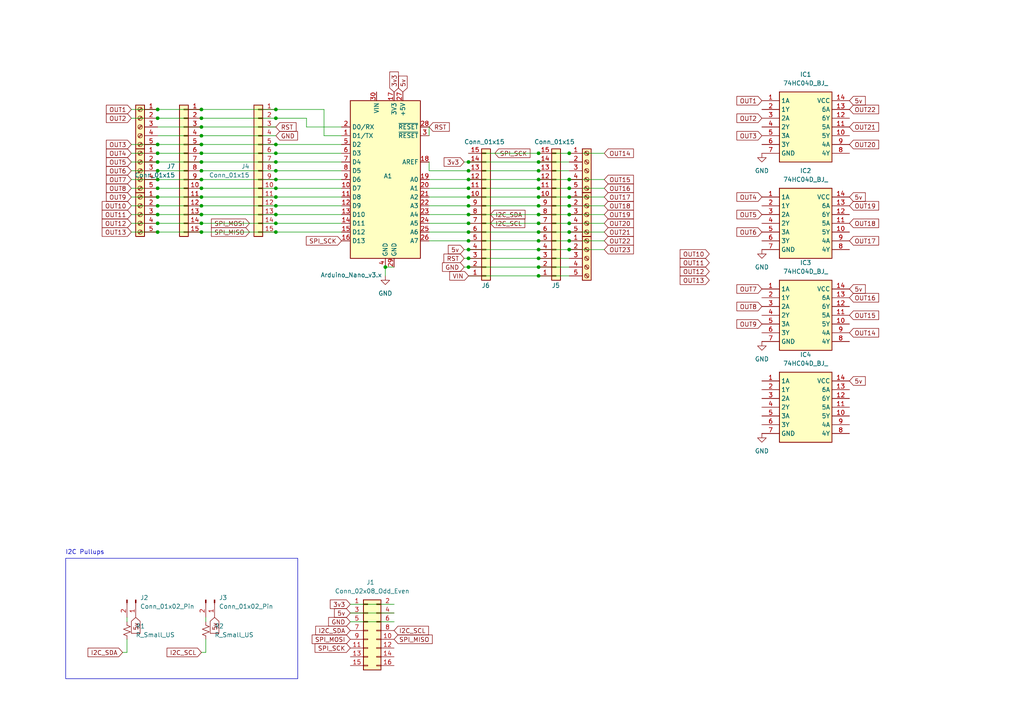
<source format=kicad_sch>
(kicad_sch
	(version 20231120)
	(generator "eeschema")
	(generator_version "8.0")
	(uuid "b0dfb44d-ab01-4592-9d0b-0b812db77093")
	(paper "A4")
	(lib_symbols
		(symbol "74HC04D_BJ_:74HC04D_BJ_"
			(exclude_from_sim no)
			(in_bom yes)
			(on_board yes)
			(property "Reference" "IC"
				(at 8.89 15.24 0)
				(effects
					(font
						(size 1.27 1.27)
					)
					(justify left top)
				)
			)
			(property "Value" "74HC04D_BJ_"
				(at 8.89 12.7 0)
				(effects
					(font
						(size 1.27 1.27)
					)
					(justify left top)
				)
			)
			(property "Footprint" "SOIC127P600X175-14N"
				(at 21.59 -94.92 0)
				(effects
					(font
						(size 1.27 1.27)
					)
					(justify left top)
					(hide yes)
				)
			)
			(property "Datasheet" "http://toshiba.semicon-storage.com/info/docget.jsp?did=37182&prodName=74HC04D"
				(at 21.59 -194.92 0)
				(effects
					(font
						(size 1.27 1.27)
					)
					(justify left top)
					(hide yes)
				)
			)
			(property "Description" "74HC CMOS LOGIC IC SERIES SOIC14"
				(at -12.7 7.62 0)
				(effects
					(font
						(size 1.27 1.27)
					)
					(hide yes)
				)
			)
			(property "Height" "1.75"
				(at 21.59 -394.92 0)
				(effects
					(font
						(size 1.27 1.27)
					)
					(justify left top)
					(hide yes)
				)
			)
			(property "Manufacturer_Name" "Toshiba"
				(at 21.59 -494.92 0)
				(effects
					(font
						(size 1.27 1.27)
					)
					(justify left top)
					(hide yes)
				)
			)
			(property "Manufacturer_Part_Number" "74HC04D(BJ)"
				(at 21.59 -594.92 0)
				(effects
					(font
						(size 1.27 1.27)
					)
					(justify left top)
					(hide yes)
				)
			)
			(property "Arrow Part Number" "74HC04D(BJ)"
				(at 21.59 -694.92 0)
				(effects
					(font
						(size 1.27 1.27)
					)
					(justify left top)
					(hide yes)
				)
			)
			(property "Arrow Price/Stock" "https://www.arrow.com/en/products/74hc04d-bj/toshiba?region=europe"
				(at 21.59 -794.92 0)
				(effects
					(font
						(size 1.27 1.27)
					)
					(justify left top)
					(hide yes)
				)
			)
			(symbol "74HC04D_BJ__1_1"
				(rectangle
					(start -7.62 10.16)
					(end 7.62 -10.16)
					(stroke
						(width 0.254)
						(type default)
					)
					(fill
						(type background)
					)
				)
				(pin input line
					(at -12.7 7.62 0)
					(length 5.08)
					(name "1A"
						(effects
							(font
								(size 1.27 1.27)
							)
						)
					)
					(number "1"
						(effects
							(font
								(size 1.27 1.27)
							)
						)
					)
				)
				(pin output line
					(at 12.7 -2.54 180)
					(length 5.08)
					(name "5Y"
						(effects
							(font
								(size 1.27 1.27)
							)
						)
					)
					(number "10"
						(effects
							(font
								(size 1.27 1.27)
							)
						)
					)
				)
				(pin input line
					(at 12.7 0 180)
					(length 5.08)
					(name "5A"
						(effects
							(font
								(size 1.27 1.27)
							)
						)
					)
					(number "11"
						(effects
							(font
								(size 1.27 1.27)
							)
						)
					)
				)
				(pin output line
					(at 12.7 2.54 180)
					(length 5.08)
					(name "6Y"
						(effects
							(font
								(size 1.27 1.27)
							)
						)
					)
					(number "12"
						(effects
							(font
								(size 1.27 1.27)
							)
						)
					)
				)
				(pin input line
					(at 12.7 5.08 180)
					(length 5.08)
					(name "6A"
						(effects
							(font
								(size 1.27 1.27)
							)
						)
					)
					(number "13"
						(effects
							(font
								(size 1.27 1.27)
							)
						)
					)
				)
				(pin power_in line
					(at 12.7 7.62 180)
					(length 5.08)
					(name "VCC"
						(effects
							(font
								(size 1.27 1.27)
							)
						)
					)
					(number "14"
						(effects
							(font
								(size 1.27 1.27)
							)
						)
					)
				)
				(pin output line
					(at -12.7 5.08 0)
					(length 5.08)
					(name "1Y"
						(effects
							(font
								(size 1.27 1.27)
							)
						)
					)
					(number "2"
						(effects
							(font
								(size 1.27 1.27)
							)
						)
					)
				)
				(pin input line
					(at -12.7 2.54 0)
					(length 5.08)
					(name "2A"
						(effects
							(font
								(size 1.27 1.27)
							)
						)
					)
					(number "3"
						(effects
							(font
								(size 1.27 1.27)
							)
						)
					)
				)
				(pin output line
					(at -12.7 0 0)
					(length 5.08)
					(name "2Y"
						(effects
							(font
								(size 1.27 1.27)
							)
						)
					)
					(number "4"
						(effects
							(font
								(size 1.27 1.27)
							)
						)
					)
				)
				(pin input line
					(at -12.7 -2.54 0)
					(length 5.08)
					(name "3A"
						(effects
							(font
								(size 1.27 1.27)
							)
						)
					)
					(number "5"
						(effects
							(font
								(size 1.27 1.27)
							)
						)
					)
				)
				(pin output line
					(at -12.7 -5.08 0)
					(length 5.08)
					(name "3Y"
						(effects
							(font
								(size 1.27 1.27)
							)
						)
					)
					(number "6"
						(effects
							(font
								(size 1.27 1.27)
							)
						)
					)
				)
				(pin power_in line
					(at -12.7 -7.62 0)
					(length 5.08)
					(name "GND"
						(effects
							(font
								(size 1.27 1.27)
							)
						)
					)
					(number "7"
						(effects
							(font
								(size 1.27 1.27)
							)
						)
					)
				)
				(pin output line
					(at 12.7 -7.62 180)
					(length 5.08)
					(name "4Y"
						(effects
							(font
								(size 1.27 1.27)
							)
						)
					)
					(number "8"
						(effects
							(font
								(size 1.27 1.27)
							)
						)
					)
				)
				(pin input line
					(at 12.7 -5.08 180)
					(length 5.08)
					(name "4A"
						(effects
							(font
								(size 1.27 1.27)
							)
						)
					)
					(number "9"
						(effects
							(font
								(size 1.27 1.27)
							)
						)
					)
				)
			)
		)
		(symbol "Connector:Conn_01x02_Pin"
			(pin_names
				(offset 1.016) hide)
			(exclude_from_sim no)
			(in_bom yes)
			(on_board yes)
			(property "Reference" "J"
				(at 0 2.54 0)
				(effects
					(font
						(size 1.27 1.27)
					)
				)
			)
			(property "Value" "Conn_01x02_Pin"
				(at 0 -5.08 0)
				(effects
					(font
						(size 1.27 1.27)
					)
				)
			)
			(property "Footprint" ""
				(at 0 0 0)
				(effects
					(font
						(size 1.27 1.27)
					)
					(hide yes)
				)
			)
			(property "Datasheet" "~"
				(at 0 0 0)
				(effects
					(font
						(size 1.27 1.27)
					)
					(hide yes)
				)
			)
			(property "Description" "Generic connector, single row, 01x02, script generated"
				(at 0 0 0)
				(effects
					(font
						(size 1.27 1.27)
					)
					(hide yes)
				)
			)
			(property "ki_locked" ""
				(at 0 0 0)
				(effects
					(font
						(size 1.27 1.27)
					)
				)
			)
			(property "ki_keywords" "connector"
				(at 0 0 0)
				(effects
					(font
						(size 1.27 1.27)
					)
					(hide yes)
				)
			)
			(property "ki_fp_filters" "Connector*:*_1x??_*"
				(at 0 0 0)
				(effects
					(font
						(size 1.27 1.27)
					)
					(hide yes)
				)
			)
			(symbol "Conn_01x02_Pin_1_1"
				(polyline
					(pts
						(xy 1.27 -2.54) (xy 0.8636 -2.54)
					)
					(stroke
						(width 0.1524)
						(type default)
					)
					(fill
						(type none)
					)
				)
				(polyline
					(pts
						(xy 1.27 0) (xy 0.8636 0)
					)
					(stroke
						(width 0.1524)
						(type default)
					)
					(fill
						(type none)
					)
				)
				(rectangle
					(start 0.8636 -2.413)
					(end 0 -2.667)
					(stroke
						(width 0.1524)
						(type default)
					)
					(fill
						(type outline)
					)
				)
				(rectangle
					(start 0.8636 0.127)
					(end 0 -0.127)
					(stroke
						(width 0.1524)
						(type default)
					)
					(fill
						(type outline)
					)
				)
				(pin passive line
					(at 5.08 0 180)
					(length 3.81)
					(name "Pin_1"
						(effects
							(font
								(size 1.27 1.27)
							)
						)
					)
					(number "1"
						(effects
							(font
								(size 1.27 1.27)
							)
						)
					)
				)
				(pin passive line
					(at 5.08 -2.54 180)
					(length 3.81)
					(name "Pin_2"
						(effects
							(font
								(size 1.27 1.27)
							)
						)
					)
					(number "2"
						(effects
							(font
								(size 1.27 1.27)
							)
						)
					)
				)
			)
		)
		(symbol "Connector:Screw_Terminal_01x05"
			(pin_names
				(offset 1.016) hide)
			(exclude_from_sim no)
			(in_bom yes)
			(on_board yes)
			(property "Reference" "J"
				(at 0 7.62 0)
				(effects
					(font
						(size 1.27 1.27)
					)
				)
			)
			(property "Value" "Screw_Terminal_01x05"
				(at 0 -7.62 0)
				(effects
					(font
						(size 1.27 1.27)
					)
				)
			)
			(property "Footprint" ""
				(at 0 0 0)
				(effects
					(font
						(size 1.27 1.27)
					)
					(hide yes)
				)
			)
			(property "Datasheet" "~"
				(at 0 0 0)
				(effects
					(font
						(size 1.27 1.27)
					)
					(hide yes)
				)
			)
			(property "Description" "Generic screw terminal, single row, 01x05, script generated (kicad-library-utils/schlib/autogen/connector/)"
				(at 0 0 0)
				(effects
					(font
						(size 1.27 1.27)
					)
					(hide yes)
				)
			)
			(property "ki_keywords" "screw terminal"
				(at 0 0 0)
				(effects
					(font
						(size 1.27 1.27)
					)
					(hide yes)
				)
			)
			(property "ki_fp_filters" "TerminalBlock*:*"
				(at 0 0 0)
				(effects
					(font
						(size 1.27 1.27)
					)
					(hide yes)
				)
			)
			(symbol "Screw_Terminal_01x05_1_1"
				(rectangle
					(start -1.27 6.35)
					(end 1.27 -6.35)
					(stroke
						(width 0.254)
						(type default)
					)
					(fill
						(type background)
					)
				)
				(circle
					(center 0 -5.08)
					(radius 0.635)
					(stroke
						(width 0.1524)
						(type default)
					)
					(fill
						(type none)
					)
				)
				(circle
					(center 0 -2.54)
					(radius 0.635)
					(stroke
						(width 0.1524)
						(type default)
					)
					(fill
						(type none)
					)
				)
				(polyline
					(pts
						(xy -0.5334 -4.7498) (xy 0.3302 -5.588)
					)
					(stroke
						(width 0.1524)
						(type default)
					)
					(fill
						(type none)
					)
				)
				(polyline
					(pts
						(xy -0.5334 -2.2098) (xy 0.3302 -3.048)
					)
					(stroke
						(width 0.1524)
						(type default)
					)
					(fill
						(type none)
					)
				)
				(polyline
					(pts
						(xy -0.5334 0.3302) (xy 0.3302 -0.508)
					)
					(stroke
						(width 0.1524)
						(type default)
					)
					(fill
						(type none)
					)
				)
				(polyline
					(pts
						(xy -0.5334 2.8702) (xy 0.3302 2.032)
					)
					(stroke
						(width 0.1524)
						(type default)
					)
					(fill
						(type none)
					)
				)
				(polyline
					(pts
						(xy -0.5334 5.4102) (xy 0.3302 4.572)
					)
					(stroke
						(width 0.1524)
						(type default)
					)
					(fill
						(type none)
					)
				)
				(polyline
					(pts
						(xy -0.3556 -4.572) (xy 0.508 -5.4102)
					)
					(stroke
						(width 0.1524)
						(type default)
					)
					(fill
						(type none)
					)
				)
				(polyline
					(pts
						(xy -0.3556 -2.032) (xy 0.508 -2.8702)
					)
					(stroke
						(width 0.1524)
						(type default)
					)
					(fill
						(type none)
					)
				)
				(polyline
					(pts
						(xy -0.3556 0.508) (xy 0.508 -0.3302)
					)
					(stroke
						(width 0.1524)
						(type default)
					)
					(fill
						(type none)
					)
				)
				(polyline
					(pts
						(xy -0.3556 3.048) (xy 0.508 2.2098)
					)
					(stroke
						(width 0.1524)
						(type default)
					)
					(fill
						(type none)
					)
				)
				(polyline
					(pts
						(xy -0.3556 5.588) (xy 0.508 4.7498)
					)
					(stroke
						(width 0.1524)
						(type default)
					)
					(fill
						(type none)
					)
				)
				(circle
					(center 0 0)
					(radius 0.635)
					(stroke
						(width 0.1524)
						(type default)
					)
					(fill
						(type none)
					)
				)
				(circle
					(center 0 2.54)
					(radius 0.635)
					(stroke
						(width 0.1524)
						(type default)
					)
					(fill
						(type none)
					)
				)
				(circle
					(center 0 5.08)
					(radius 0.635)
					(stroke
						(width 0.1524)
						(type default)
					)
					(fill
						(type none)
					)
				)
				(pin passive line
					(at -5.08 5.08 0)
					(length 3.81)
					(name "Pin_1"
						(effects
							(font
								(size 1.27 1.27)
							)
						)
					)
					(number "1"
						(effects
							(font
								(size 1.27 1.27)
							)
						)
					)
				)
				(pin passive line
					(at -5.08 2.54 0)
					(length 3.81)
					(name "Pin_2"
						(effects
							(font
								(size 1.27 1.27)
							)
						)
					)
					(number "2"
						(effects
							(font
								(size 1.27 1.27)
							)
						)
					)
				)
				(pin passive line
					(at -5.08 0 0)
					(length 3.81)
					(name "Pin_3"
						(effects
							(font
								(size 1.27 1.27)
							)
						)
					)
					(number "3"
						(effects
							(font
								(size 1.27 1.27)
							)
						)
					)
				)
				(pin passive line
					(at -5.08 -2.54 0)
					(length 3.81)
					(name "Pin_4"
						(effects
							(font
								(size 1.27 1.27)
							)
						)
					)
					(number "4"
						(effects
							(font
								(size 1.27 1.27)
							)
						)
					)
				)
				(pin passive line
					(at -5.08 -5.08 0)
					(length 3.81)
					(name "Pin_5"
						(effects
							(font
								(size 1.27 1.27)
							)
						)
					)
					(number "5"
						(effects
							(font
								(size 1.27 1.27)
							)
						)
					)
				)
			)
		)
		(symbol "Connector_Generic:Conn_01x15"
			(pin_names
				(offset 1.016) hide)
			(exclude_from_sim no)
			(in_bom yes)
			(on_board yes)
			(property "Reference" "J"
				(at 0 20.32 0)
				(effects
					(font
						(size 1.27 1.27)
					)
				)
			)
			(property "Value" "Conn_01x15"
				(at 0 -20.32 0)
				(effects
					(font
						(size 1.27 1.27)
					)
				)
			)
			(property "Footprint" ""
				(at 0 0 0)
				(effects
					(font
						(size 1.27 1.27)
					)
					(hide yes)
				)
			)
			(property "Datasheet" "~"
				(at 0 0 0)
				(effects
					(font
						(size 1.27 1.27)
					)
					(hide yes)
				)
			)
			(property "Description" "Generic connector, single row, 01x15, script generated (kicad-library-utils/schlib/autogen/connector/)"
				(at 0 0 0)
				(effects
					(font
						(size 1.27 1.27)
					)
					(hide yes)
				)
			)
			(property "ki_keywords" "connector"
				(at 0 0 0)
				(effects
					(font
						(size 1.27 1.27)
					)
					(hide yes)
				)
			)
			(property "ki_fp_filters" "Connector*:*_1x??_*"
				(at 0 0 0)
				(effects
					(font
						(size 1.27 1.27)
					)
					(hide yes)
				)
			)
			(symbol "Conn_01x15_1_1"
				(rectangle
					(start -1.27 -17.653)
					(end 0 -17.907)
					(stroke
						(width 0.1524)
						(type default)
					)
					(fill
						(type none)
					)
				)
				(rectangle
					(start -1.27 -15.113)
					(end 0 -15.367)
					(stroke
						(width 0.1524)
						(type default)
					)
					(fill
						(type none)
					)
				)
				(rectangle
					(start -1.27 -12.573)
					(end 0 -12.827)
					(stroke
						(width 0.1524)
						(type default)
					)
					(fill
						(type none)
					)
				)
				(rectangle
					(start -1.27 -10.033)
					(end 0 -10.287)
					(stroke
						(width 0.1524)
						(type default)
					)
					(fill
						(type none)
					)
				)
				(rectangle
					(start -1.27 -7.493)
					(end 0 -7.747)
					(stroke
						(width 0.1524)
						(type default)
					)
					(fill
						(type none)
					)
				)
				(rectangle
					(start -1.27 -4.953)
					(end 0 -5.207)
					(stroke
						(width 0.1524)
						(type default)
					)
					(fill
						(type none)
					)
				)
				(rectangle
					(start -1.27 -2.413)
					(end 0 -2.667)
					(stroke
						(width 0.1524)
						(type default)
					)
					(fill
						(type none)
					)
				)
				(rectangle
					(start -1.27 0.127)
					(end 0 -0.127)
					(stroke
						(width 0.1524)
						(type default)
					)
					(fill
						(type none)
					)
				)
				(rectangle
					(start -1.27 2.667)
					(end 0 2.413)
					(stroke
						(width 0.1524)
						(type default)
					)
					(fill
						(type none)
					)
				)
				(rectangle
					(start -1.27 5.207)
					(end 0 4.953)
					(stroke
						(width 0.1524)
						(type default)
					)
					(fill
						(type none)
					)
				)
				(rectangle
					(start -1.27 7.747)
					(end 0 7.493)
					(stroke
						(width 0.1524)
						(type default)
					)
					(fill
						(type none)
					)
				)
				(rectangle
					(start -1.27 10.287)
					(end 0 10.033)
					(stroke
						(width 0.1524)
						(type default)
					)
					(fill
						(type none)
					)
				)
				(rectangle
					(start -1.27 12.827)
					(end 0 12.573)
					(stroke
						(width 0.1524)
						(type default)
					)
					(fill
						(type none)
					)
				)
				(rectangle
					(start -1.27 15.367)
					(end 0 15.113)
					(stroke
						(width 0.1524)
						(type default)
					)
					(fill
						(type none)
					)
				)
				(rectangle
					(start -1.27 17.907)
					(end 0 17.653)
					(stroke
						(width 0.1524)
						(type default)
					)
					(fill
						(type none)
					)
				)
				(rectangle
					(start -1.27 19.05)
					(end 1.27 -19.05)
					(stroke
						(width 0.254)
						(type default)
					)
					(fill
						(type background)
					)
				)
				(pin passive line
					(at -5.08 17.78 0)
					(length 3.81)
					(name "Pin_1"
						(effects
							(font
								(size 1.27 1.27)
							)
						)
					)
					(number "1"
						(effects
							(font
								(size 1.27 1.27)
							)
						)
					)
				)
				(pin passive line
					(at -5.08 -5.08 0)
					(length 3.81)
					(name "Pin_10"
						(effects
							(font
								(size 1.27 1.27)
							)
						)
					)
					(number "10"
						(effects
							(font
								(size 1.27 1.27)
							)
						)
					)
				)
				(pin passive line
					(at -5.08 -7.62 0)
					(length 3.81)
					(name "Pin_11"
						(effects
							(font
								(size 1.27 1.27)
							)
						)
					)
					(number "11"
						(effects
							(font
								(size 1.27 1.27)
							)
						)
					)
				)
				(pin passive line
					(at -5.08 -10.16 0)
					(length 3.81)
					(name "Pin_12"
						(effects
							(font
								(size 1.27 1.27)
							)
						)
					)
					(number "12"
						(effects
							(font
								(size 1.27 1.27)
							)
						)
					)
				)
				(pin passive line
					(at -5.08 -12.7 0)
					(length 3.81)
					(name "Pin_13"
						(effects
							(font
								(size 1.27 1.27)
							)
						)
					)
					(number "13"
						(effects
							(font
								(size 1.27 1.27)
							)
						)
					)
				)
				(pin passive line
					(at -5.08 -15.24 0)
					(length 3.81)
					(name "Pin_14"
						(effects
							(font
								(size 1.27 1.27)
							)
						)
					)
					(number "14"
						(effects
							(font
								(size 1.27 1.27)
							)
						)
					)
				)
				(pin passive line
					(at -5.08 -17.78 0)
					(length 3.81)
					(name "Pin_15"
						(effects
							(font
								(size 1.27 1.27)
							)
						)
					)
					(number "15"
						(effects
							(font
								(size 1.27 1.27)
							)
						)
					)
				)
				(pin passive line
					(at -5.08 15.24 0)
					(length 3.81)
					(name "Pin_2"
						(effects
							(font
								(size 1.27 1.27)
							)
						)
					)
					(number "2"
						(effects
							(font
								(size 1.27 1.27)
							)
						)
					)
				)
				(pin passive line
					(at -5.08 12.7 0)
					(length 3.81)
					(name "Pin_3"
						(effects
							(font
								(size 1.27 1.27)
							)
						)
					)
					(number "3"
						(effects
							(font
								(size 1.27 1.27)
							)
						)
					)
				)
				(pin passive line
					(at -5.08 10.16 0)
					(length 3.81)
					(name "Pin_4"
						(effects
							(font
								(size 1.27 1.27)
							)
						)
					)
					(number "4"
						(effects
							(font
								(size 1.27 1.27)
							)
						)
					)
				)
				(pin passive line
					(at -5.08 7.62 0)
					(length 3.81)
					(name "Pin_5"
						(effects
							(font
								(size 1.27 1.27)
							)
						)
					)
					(number "5"
						(effects
							(font
								(size 1.27 1.27)
							)
						)
					)
				)
				(pin passive line
					(at -5.08 5.08 0)
					(length 3.81)
					(name "Pin_6"
						(effects
							(font
								(size 1.27 1.27)
							)
						)
					)
					(number "6"
						(effects
							(font
								(size 1.27 1.27)
							)
						)
					)
				)
				(pin passive line
					(at -5.08 2.54 0)
					(length 3.81)
					(name "Pin_7"
						(effects
							(font
								(size 1.27 1.27)
							)
						)
					)
					(number "7"
						(effects
							(font
								(size 1.27 1.27)
							)
						)
					)
				)
				(pin passive line
					(at -5.08 0 0)
					(length 3.81)
					(name "Pin_8"
						(effects
							(font
								(size 1.27 1.27)
							)
						)
					)
					(number "8"
						(effects
							(font
								(size 1.27 1.27)
							)
						)
					)
				)
				(pin passive line
					(at -5.08 -2.54 0)
					(length 3.81)
					(name "Pin_9"
						(effects
							(font
								(size 1.27 1.27)
							)
						)
					)
					(number "9"
						(effects
							(font
								(size 1.27 1.27)
							)
						)
					)
				)
			)
		)
		(symbol "Connector_Generic:Conn_02x08_Odd_Even"
			(pin_names
				(offset 1.016) hide)
			(exclude_from_sim no)
			(in_bom yes)
			(on_board yes)
			(property "Reference" "J"
				(at 1.27 10.16 0)
				(effects
					(font
						(size 1.27 1.27)
					)
				)
			)
			(property "Value" "Conn_02x08_Odd_Even"
				(at 1.27 -12.7 0)
				(effects
					(font
						(size 1.27 1.27)
					)
				)
			)
			(property "Footprint" ""
				(at 0 0 0)
				(effects
					(font
						(size 1.27 1.27)
					)
					(hide yes)
				)
			)
			(property "Datasheet" "~"
				(at 0 0 0)
				(effects
					(font
						(size 1.27 1.27)
					)
					(hide yes)
				)
			)
			(property "Description" "Generic connector, double row, 02x08, odd/even pin numbering scheme (row 1 odd numbers, row 2 even numbers), script generated (kicad-library-utils/schlib/autogen/connector/)"
				(at 0 0 0)
				(effects
					(font
						(size 1.27 1.27)
					)
					(hide yes)
				)
			)
			(property "ki_keywords" "connector"
				(at 0 0 0)
				(effects
					(font
						(size 1.27 1.27)
					)
					(hide yes)
				)
			)
			(property "ki_fp_filters" "Connector*:*_2x??_*"
				(at 0 0 0)
				(effects
					(font
						(size 1.27 1.27)
					)
					(hide yes)
				)
			)
			(symbol "Conn_02x08_Odd_Even_1_1"
				(rectangle
					(start -1.27 -10.033)
					(end 0 -10.287)
					(stroke
						(width 0.1524)
						(type default)
					)
					(fill
						(type none)
					)
				)
				(rectangle
					(start -1.27 -7.493)
					(end 0 -7.747)
					(stroke
						(width 0.1524)
						(type default)
					)
					(fill
						(type none)
					)
				)
				(rectangle
					(start -1.27 -4.953)
					(end 0 -5.207)
					(stroke
						(width 0.1524)
						(type default)
					)
					(fill
						(type none)
					)
				)
				(rectangle
					(start -1.27 -2.413)
					(end 0 -2.667)
					(stroke
						(width 0.1524)
						(type default)
					)
					(fill
						(type none)
					)
				)
				(rectangle
					(start -1.27 0.127)
					(end 0 -0.127)
					(stroke
						(width 0.1524)
						(type default)
					)
					(fill
						(type none)
					)
				)
				(rectangle
					(start -1.27 2.667)
					(end 0 2.413)
					(stroke
						(width 0.1524)
						(type default)
					)
					(fill
						(type none)
					)
				)
				(rectangle
					(start -1.27 5.207)
					(end 0 4.953)
					(stroke
						(width 0.1524)
						(type default)
					)
					(fill
						(type none)
					)
				)
				(rectangle
					(start -1.27 7.747)
					(end 0 7.493)
					(stroke
						(width 0.1524)
						(type default)
					)
					(fill
						(type none)
					)
				)
				(rectangle
					(start -1.27 8.89)
					(end 3.81 -11.43)
					(stroke
						(width 0.254)
						(type default)
					)
					(fill
						(type background)
					)
				)
				(rectangle
					(start 3.81 -10.033)
					(end 2.54 -10.287)
					(stroke
						(width 0.1524)
						(type default)
					)
					(fill
						(type none)
					)
				)
				(rectangle
					(start 3.81 -7.493)
					(end 2.54 -7.747)
					(stroke
						(width 0.1524)
						(type default)
					)
					(fill
						(type none)
					)
				)
				(rectangle
					(start 3.81 -4.953)
					(end 2.54 -5.207)
					(stroke
						(width 0.1524)
						(type default)
					)
					(fill
						(type none)
					)
				)
				(rectangle
					(start 3.81 -2.413)
					(end 2.54 -2.667)
					(stroke
						(width 0.1524)
						(type default)
					)
					(fill
						(type none)
					)
				)
				(rectangle
					(start 3.81 0.127)
					(end 2.54 -0.127)
					(stroke
						(width 0.1524)
						(type default)
					)
					(fill
						(type none)
					)
				)
				(rectangle
					(start 3.81 2.667)
					(end 2.54 2.413)
					(stroke
						(width 0.1524)
						(type default)
					)
					(fill
						(type none)
					)
				)
				(rectangle
					(start 3.81 5.207)
					(end 2.54 4.953)
					(stroke
						(width 0.1524)
						(type default)
					)
					(fill
						(type none)
					)
				)
				(rectangle
					(start 3.81 7.747)
					(end 2.54 7.493)
					(stroke
						(width 0.1524)
						(type default)
					)
					(fill
						(type none)
					)
				)
				(pin passive line
					(at -5.08 7.62 0)
					(length 3.81)
					(name "Pin_1"
						(effects
							(font
								(size 1.27 1.27)
							)
						)
					)
					(number "1"
						(effects
							(font
								(size 1.27 1.27)
							)
						)
					)
				)
				(pin passive line
					(at 7.62 -2.54 180)
					(length 3.81)
					(name "Pin_10"
						(effects
							(font
								(size 1.27 1.27)
							)
						)
					)
					(number "10"
						(effects
							(font
								(size 1.27 1.27)
							)
						)
					)
				)
				(pin passive line
					(at -5.08 -5.08 0)
					(length 3.81)
					(name "Pin_11"
						(effects
							(font
								(size 1.27 1.27)
							)
						)
					)
					(number "11"
						(effects
							(font
								(size 1.27 1.27)
							)
						)
					)
				)
				(pin passive line
					(at 7.62 -5.08 180)
					(length 3.81)
					(name "Pin_12"
						(effects
							(font
								(size 1.27 1.27)
							)
						)
					)
					(number "12"
						(effects
							(font
								(size 1.27 1.27)
							)
						)
					)
				)
				(pin passive line
					(at -5.08 -7.62 0)
					(length 3.81)
					(name "Pin_13"
						(effects
							(font
								(size 1.27 1.27)
							)
						)
					)
					(number "13"
						(effects
							(font
								(size 1.27 1.27)
							)
						)
					)
				)
				(pin passive line
					(at 7.62 -7.62 180)
					(length 3.81)
					(name "Pin_14"
						(effects
							(font
								(size 1.27 1.27)
							)
						)
					)
					(number "14"
						(effects
							(font
								(size 1.27 1.27)
							)
						)
					)
				)
				(pin passive line
					(at -5.08 -10.16 0)
					(length 3.81)
					(name "Pin_15"
						(effects
							(font
								(size 1.27 1.27)
							)
						)
					)
					(number "15"
						(effects
							(font
								(size 1.27 1.27)
							)
						)
					)
				)
				(pin passive line
					(at 7.62 -10.16 180)
					(length 3.81)
					(name "Pin_16"
						(effects
							(font
								(size 1.27 1.27)
							)
						)
					)
					(number "16"
						(effects
							(font
								(size 1.27 1.27)
							)
						)
					)
				)
				(pin passive line
					(at 7.62 7.62 180)
					(length 3.81)
					(name "Pin_2"
						(effects
							(font
								(size 1.27 1.27)
							)
						)
					)
					(number "2"
						(effects
							(font
								(size 1.27 1.27)
							)
						)
					)
				)
				(pin passive line
					(at -5.08 5.08 0)
					(length 3.81)
					(name "Pin_3"
						(effects
							(font
								(size 1.27 1.27)
							)
						)
					)
					(number "3"
						(effects
							(font
								(size 1.27 1.27)
							)
						)
					)
				)
				(pin passive line
					(at 7.62 5.08 180)
					(length 3.81)
					(name "Pin_4"
						(effects
							(font
								(size 1.27 1.27)
							)
						)
					)
					(number "4"
						(effects
							(font
								(size 1.27 1.27)
							)
						)
					)
				)
				(pin passive line
					(at -5.08 2.54 0)
					(length 3.81)
					(name "Pin_5"
						(effects
							(font
								(size 1.27 1.27)
							)
						)
					)
					(number "5"
						(effects
							(font
								(size 1.27 1.27)
							)
						)
					)
				)
				(pin passive line
					(at 7.62 2.54 180)
					(length 3.81)
					(name "Pin_6"
						(effects
							(font
								(size 1.27 1.27)
							)
						)
					)
					(number "6"
						(effects
							(font
								(size 1.27 1.27)
							)
						)
					)
				)
				(pin passive line
					(at -5.08 0 0)
					(length 3.81)
					(name "Pin_7"
						(effects
							(font
								(size 1.27 1.27)
							)
						)
					)
					(number "7"
						(effects
							(font
								(size 1.27 1.27)
							)
						)
					)
				)
				(pin passive line
					(at 7.62 0 180)
					(length 3.81)
					(name "Pin_8"
						(effects
							(font
								(size 1.27 1.27)
							)
						)
					)
					(number "8"
						(effects
							(font
								(size 1.27 1.27)
							)
						)
					)
				)
				(pin passive line
					(at -5.08 -2.54 0)
					(length 3.81)
					(name "Pin_9"
						(effects
							(font
								(size 1.27 1.27)
							)
						)
					)
					(number "9"
						(effects
							(font
								(size 1.27 1.27)
							)
						)
					)
				)
			)
		)
		(symbol "Device:R_Small_US"
			(pin_numbers hide)
			(pin_names
				(offset 0.254) hide)
			(exclude_from_sim no)
			(in_bom yes)
			(on_board yes)
			(property "Reference" "R"
				(at 0.762 0.508 0)
				(effects
					(font
						(size 1.27 1.27)
					)
					(justify left)
				)
			)
			(property "Value" "R_Small_US"
				(at 0.762 -1.016 0)
				(effects
					(font
						(size 1.27 1.27)
					)
					(justify left)
				)
			)
			(property "Footprint" ""
				(at 0 0 0)
				(effects
					(font
						(size 1.27 1.27)
					)
					(hide yes)
				)
			)
			(property "Datasheet" "~"
				(at 0 0 0)
				(effects
					(font
						(size 1.27 1.27)
					)
					(hide yes)
				)
			)
			(property "Description" "Resistor, small US symbol"
				(at 0 0 0)
				(effects
					(font
						(size 1.27 1.27)
					)
					(hide yes)
				)
			)
			(property "ki_keywords" "r resistor"
				(at 0 0 0)
				(effects
					(font
						(size 1.27 1.27)
					)
					(hide yes)
				)
			)
			(property "ki_fp_filters" "R_*"
				(at 0 0 0)
				(effects
					(font
						(size 1.27 1.27)
					)
					(hide yes)
				)
			)
			(symbol "R_Small_US_1_1"
				(polyline
					(pts
						(xy 0 0) (xy 1.016 -0.381) (xy 0 -0.762) (xy -1.016 -1.143) (xy 0 -1.524)
					)
					(stroke
						(width 0)
						(type default)
					)
					(fill
						(type none)
					)
				)
				(polyline
					(pts
						(xy 0 1.524) (xy 1.016 1.143) (xy 0 0.762) (xy -1.016 0.381) (xy 0 0)
					)
					(stroke
						(width 0)
						(type default)
					)
					(fill
						(type none)
					)
				)
				(pin passive line
					(at 0 2.54 270)
					(length 1.016)
					(name "~"
						(effects
							(font
								(size 1.27 1.27)
							)
						)
					)
					(number "1"
						(effects
							(font
								(size 1.27 1.27)
							)
						)
					)
				)
				(pin passive line
					(at 0 -2.54 90)
					(length 1.016)
					(name "~"
						(effects
							(font
								(size 1.27 1.27)
							)
						)
					)
					(number "2"
						(effects
							(font
								(size 1.27 1.27)
							)
						)
					)
				)
			)
		)
		(symbol "MCU_Module:Arduino_Nano_v3.x"
			(exclude_from_sim no)
			(in_bom yes)
			(on_board yes)
			(property "Reference" "A"
				(at -10.16 23.495 0)
				(effects
					(font
						(size 1.27 1.27)
					)
					(justify left bottom)
				)
			)
			(property "Value" "Arduino_Nano_v3.x"
				(at 5.08 -24.13 0)
				(effects
					(font
						(size 1.27 1.27)
					)
					(justify left top)
				)
			)
			(property "Footprint" "Module:Arduino_Nano"
				(at 0 0 0)
				(effects
					(font
						(size 1.27 1.27)
						(italic yes)
					)
					(hide yes)
				)
			)
			(property "Datasheet" "http://www.mouser.com/pdfdocs/Gravitech_Arduino_Nano3_0.pdf"
				(at 0 0 0)
				(effects
					(font
						(size 1.27 1.27)
					)
					(hide yes)
				)
			)
			(property "Description" "Arduino Nano v3.x"
				(at 0 0 0)
				(effects
					(font
						(size 1.27 1.27)
					)
					(hide yes)
				)
			)
			(property "ki_keywords" "Arduino nano microcontroller module USB"
				(at 0 0 0)
				(effects
					(font
						(size 1.27 1.27)
					)
					(hide yes)
				)
			)
			(property "ki_fp_filters" "Arduino*Nano*"
				(at 0 0 0)
				(effects
					(font
						(size 1.27 1.27)
					)
					(hide yes)
				)
			)
			(symbol "Arduino_Nano_v3.x_0_1"
				(rectangle
					(start -10.16 22.86)
					(end 10.16 -22.86)
					(stroke
						(width 0.254)
						(type default)
					)
					(fill
						(type background)
					)
				)
			)
			(symbol "Arduino_Nano_v3.x_1_1"
				(pin bidirectional line
					(at -12.7 12.7 0)
					(length 2.54)
					(name "D1/TX"
						(effects
							(font
								(size 1.27 1.27)
							)
						)
					)
					(number "1"
						(effects
							(font
								(size 1.27 1.27)
							)
						)
					)
				)
				(pin bidirectional line
					(at -12.7 -2.54 0)
					(length 2.54)
					(name "D7"
						(effects
							(font
								(size 1.27 1.27)
							)
						)
					)
					(number "10"
						(effects
							(font
								(size 1.27 1.27)
							)
						)
					)
				)
				(pin bidirectional line
					(at -12.7 -5.08 0)
					(length 2.54)
					(name "D8"
						(effects
							(font
								(size 1.27 1.27)
							)
						)
					)
					(number "11"
						(effects
							(font
								(size 1.27 1.27)
							)
						)
					)
				)
				(pin bidirectional line
					(at -12.7 -7.62 0)
					(length 2.54)
					(name "D9"
						(effects
							(font
								(size 1.27 1.27)
							)
						)
					)
					(number "12"
						(effects
							(font
								(size 1.27 1.27)
							)
						)
					)
				)
				(pin bidirectional line
					(at -12.7 -10.16 0)
					(length 2.54)
					(name "D10"
						(effects
							(font
								(size 1.27 1.27)
							)
						)
					)
					(number "13"
						(effects
							(font
								(size 1.27 1.27)
							)
						)
					)
				)
				(pin bidirectional line
					(at -12.7 -12.7 0)
					(length 2.54)
					(name "D11"
						(effects
							(font
								(size 1.27 1.27)
							)
						)
					)
					(number "14"
						(effects
							(font
								(size 1.27 1.27)
							)
						)
					)
				)
				(pin bidirectional line
					(at -12.7 -15.24 0)
					(length 2.54)
					(name "D12"
						(effects
							(font
								(size 1.27 1.27)
							)
						)
					)
					(number "15"
						(effects
							(font
								(size 1.27 1.27)
							)
						)
					)
				)
				(pin bidirectional line
					(at -12.7 -17.78 0)
					(length 2.54)
					(name "D13"
						(effects
							(font
								(size 1.27 1.27)
							)
						)
					)
					(number "16"
						(effects
							(font
								(size 1.27 1.27)
							)
						)
					)
				)
				(pin power_out line
					(at 2.54 25.4 270)
					(length 2.54)
					(name "3V3"
						(effects
							(font
								(size 1.27 1.27)
							)
						)
					)
					(number "17"
						(effects
							(font
								(size 1.27 1.27)
							)
						)
					)
				)
				(pin input line
					(at 12.7 5.08 180)
					(length 2.54)
					(name "AREF"
						(effects
							(font
								(size 1.27 1.27)
							)
						)
					)
					(number "18"
						(effects
							(font
								(size 1.27 1.27)
							)
						)
					)
				)
				(pin bidirectional line
					(at 12.7 0 180)
					(length 2.54)
					(name "A0"
						(effects
							(font
								(size 1.27 1.27)
							)
						)
					)
					(number "19"
						(effects
							(font
								(size 1.27 1.27)
							)
						)
					)
				)
				(pin bidirectional line
					(at -12.7 15.24 0)
					(length 2.54)
					(name "D0/RX"
						(effects
							(font
								(size 1.27 1.27)
							)
						)
					)
					(number "2"
						(effects
							(font
								(size 1.27 1.27)
							)
						)
					)
				)
				(pin bidirectional line
					(at 12.7 -2.54 180)
					(length 2.54)
					(name "A1"
						(effects
							(font
								(size 1.27 1.27)
							)
						)
					)
					(number "20"
						(effects
							(font
								(size 1.27 1.27)
							)
						)
					)
				)
				(pin bidirectional line
					(at 12.7 -5.08 180)
					(length 2.54)
					(name "A2"
						(effects
							(font
								(size 1.27 1.27)
							)
						)
					)
					(number "21"
						(effects
							(font
								(size 1.27 1.27)
							)
						)
					)
				)
				(pin bidirectional line
					(at 12.7 -7.62 180)
					(length 2.54)
					(name "A3"
						(effects
							(font
								(size 1.27 1.27)
							)
						)
					)
					(number "22"
						(effects
							(font
								(size 1.27 1.27)
							)
						)
					)
				)
				(pin bidirectional line
					(at 12.7 -10.16 180)
					(length 2.54)
					(name "A4"
						(effects
							(font
								(size 1.27 1.27)
							)
						)
					)
					(number "23"
						(effects
							(font
								(size 1.27 1.27)
							)
						)
					)
				)
				(pin bidirectional line
					(at 12.7 -12.7 180)
					(length 2.54)
					(name "A5"
						(effects
							(font
								(size 1.27 1.27)
							)
						)
					)
					(number "24"
						(effects
							(font
								(size 1.27 1.27)
							)
						)
					)
				)
				(pin bidirectional line
					(at 12.7 -15.24 180)
					(length 2.54)
					(name "A6"
						(effects
							(font
								(size 1.27 1.27)
							)
						)
					)
					(number "25"
						(effects
							(font
								(size 1.27 1.27)
							)
						)
					)
				)
				(pin bidirectional line
					(at 12.7 -17.78 180)
					(length 2.54)
					(name "A7"
						(effects
							(font
								(size 1.27 1.27)
							)
						)
					)
					(number "26"
						(effects
							(font
								(size 1.27 1.27)
							)
						)
					)
				)
				(pin power_out line
					(at 5.08 25.4 270)
					(length 2.54)
					(name "+5V"
						(effects
							(font
								(size 1.27 1.27)
							)
						)
					)
					(number "27"
						(effects
							(font
								(size 1.27 1.27)
							)
						)
					)
				)
				(pin input line
					(at 12.7 15.24 180)
					(length 2.54)
					(name "~{RESET}"
						(effects
							(font
								(size 1.27 1.27)
							)
						)
					)
					(number "28"
						(effects
							(font
								(size 1.27 1.27)
							)
						)
					)
				)
				(pin power_in line
					(at 2.54 -25.4 90)
					(length 2.54)
					(name "GND"
						(effects
							(font
								(size 1.27 1.27)
							)
						)
					)
					(number "29"
						(effects
							(font
								(size 1.27 1.27)
							)
						)
					)
				)
				(pin input line
					(at 12.7 12.7 180)
					(length 2.54)
					(name "~{RESET}"
						(effects
							(font
								(size 1.27 1.27)
							)
						)
					)
					(number "3"
						(effects
							(font
								(size 1.27 1.27)
							)
						)
					)
				)
				(pin power_in line
					(at -2.54 25.4 270)
					(length 2.54)
					(name "VIN"
						(effects
							(font
								(size 1.27 1.27)
							)
						)
					)
					(number "30"
						(effects
							(font
								(size 1.27 1.27)
							)
						)
					)
				)
				(pin power_in line
					(at 0 -25.4 90)
					(length 2.54)
					(name "GND"
						(effects
							(font
								(size 1.27 1.27)
							)
						)
					)
					(number "4"
						(effects
							(font
								(size 1.27 1.27)
							)
						)
					)
				)
				(pin bidirectional line
					(at -12.7 10.16 0)
					(length 2.54)
					(name "D2"
						(effects
							(font
								(size 1.27 1.27)
							)
						)
					)
					(number "5"
						(effects
							(font
								(size 1.27 1.27)
							)
						)
					)
				)
				(pin bidirectional line
					(at -12.7 7.62 0)
					(length 2.54)
					(name "D3"
						(effects
							(font
								(size 1.27 1.27)
							)
						)
					)
					(number "6"
						(effects
							(font
								(size 1.27 1.27)
							)
						)
					)
				)
				(pin bidirectional line
					(at -12.7 5.08 0)
					(length 2.54)
					(name "D4"
						(effects
							(font
								(size 1.27 1.27)
							)
						)
					)
					(number "7"
						(effects
							(font
								(size 1.27 1.27)
							)
						)
					)
				)
				(pin bidirectional line
					(at -12.7 2.54 0)
					(length 2.54)
					(name "D5"
						(effects
							(font
								(size 1.27 1.27)
							)
						)
					)
					(number "8"
						(effects
							(font
								(size 1.27 1.27)
							)
						)
					)
				)
				(pin bidirectional line
					(at -12.7 0 0)
					(length 2.54)
					(name "D6"
						(effects
							(font
								(size 1.27 1.27)
							)
						)
					)
					(number "9"
						(effects
							(font
								(size 1.27 1.27)
							)
						)
					)
				)
			)
		)
		(symbol "power:GND"
			(power)
			(pin_names
				(offset 0)
			)
			(exclude_from_sim no)
			(in_bom yes)
			(on_board yes)
			(property "Reference" "#PWR"
				(at 0 -6.35 0)
				(effects
					(font
						(size 1.27 1.27)
					)
					(hide yes)
				)
			)
			(property "Value" "GND"
				(at 0 -3.81 0)
				(effects
					(font
						(size 1.27 1.27)
					)
				)
			)
			(property "Footprint" ""
				(at 0 0 0)
				(effects
					(font
						(size 1.27 1.27)
					)
					(hide yes)
				)
			)
			(property "Datasheet" ""
				(at 0 0 0)
				(effects
					(font
						(size 1.27 1.27)
					)
					(hide yes)
				)
			)
			(property "Description" "Power symbol creates a global label with name \"GND\" , ground"
				(at 0 0 0)
				(effects
					(font
						(size 1.27 1.27)
					)
					(hide yes)
				)
			)
			(property "ki_keywords" "power-flag"
				(at 0 0 0)
				(effects
					(font
						(size 1.27 1.27)
					)
					(hide yes)
				)
			)
			(symbol "GND_0_1"
				(polyline
					(pts
						(xy 0 0) (xy 0 -1.27) (xy 1.27 -1.27) (xy 0 -2.54) (xy -1.27 -1.27) (xy 0 -1.27)
					)
					(stroke
						(width 0)
						(type default)
					)
					(fill
						(type none)
					)
				)
			)
			(symbol "GND_1_1"
				(pin power_in line
					(at 0 0 270)
					(length 0) hide
					(name "GND"
						(effects
							(font
								(size 1.27 1.27)
							)
						)
					)
					(number "1"
						(effects
							(font
								(size 1.27 1.27)
							)
						)
					)
				)
			)
		)
	)
	(junction
		(at 58.42 39.37)
		(diameter 0)
		(color 0 0 0 0)
		(uuid "00a91bb8-0363-4b3a-9721-1d25936b9c60")
	)
	(junction
		(at 165.1 54.61)
		(diameter 0)
		(color 0 0 0 0)
		(uuid "00df54a4-1a2a-44aa-b286-ffca20054aca")
	)
	(junction
		(at 135.89 69.85)
		(diameter 0)
		(color 0 0 0 0)
		(uuid "021eb45c-8ae4-46aa-9615-75dec673c293")
	)
	(junction
		(at 135.89 67.31)
		(diameter 0)
		(color 0 0 0 0)
		(uuid "0c795d02-a04f-48bc-9950-fa846bab7f5c")
	)
	(junction
		(at 45.72 59.69)
		(diameter 0)
		(color 0 0 0 0)
		(uuid "1039d47a-3a55-4329-a886-62007ab759a3")
	)
	(junction
		(at 45.72 34.29)
		(diameter 0)
		(color 0 0 0 0)
		(uuid "1061efb4-128d-4d4f-87a5-02bfd859a5df")
	)
	(junction
		(at 80.01 31.75)
		(diameter 0)
		(color 0 0 0 0)
		(uuid "19397c50-874a-4409-a3a3-83f8e5f08b3c")
	)
	(junction
		(at 45.72 62.23)
		(diameter 0)
		(color 0 0 0 0)
		(uuid "19aff667-3467-46de-aac4-315e213b6cf4")
	)
	(junction
		(at 45.72 44.45)
		(diameter 0)
		(color 0 0 0 0)
		(uuid "1a93fb7e-4625-4ae5-a90e-dba2b699bfd8")
	)
	(junction
		(at 135.89 46.99)
		(diameter 0)
		(color 0 0 0 0)
		(uuid "1cde8b20-9174-459c-9ff7-5fb113ff133e")
	)
	(junction
		(at 58.42 34.29)
		(diameter 0)
		(color 0 0 0 0)
		(uuid "1e3c8e8d-15f1-4007-932d-d709e3a73bef")
	)
	(junction
		(at 156.21 74.93)
		(diameter 0)
		(color 0 0 0 0)
		(uuid "1e46f6d3-8901-44d5-b7c7-f9503e922df8")
	)
	(junction
		(at 156.21 59.69)
		(diameter 0)
		(color 0 0 0 0)
		(uuid "1f4e0fa0-5b77-4fbe-ae3a-7e6def8aa8b3")
	)
	(junction
		(at 156.21 54.61)
		(diameter 0)
		(color 0 0 0 0)
		(uuid "204e0cb0-3521-41af-8b34-d93b50a99bbb")
	)
	(junction
		(at 135.89 52.07)
		(diameter 0)
		(color 0 0 0 0)
		(uuid "21663a0c-a5d8-4507-ba7f-dd9d5550745b")
	)
	(junction
		(at 135.89 54.61)
		(diameter 0)
		(color 0 0 0 0)
		(uuid "22a0108d-eddf-4f17-8d05-fb2a75a7553c")
	)
	(junction
		(at 80.01 67.31)
		(diameter 0)
		(color 0 0 0 0)
		(uuid "25c9b62c-ad99-43e1-a7d8-b06d2a56ece7")
	)
	(junction
		(at 156.21 77.47)
		(diameter 0)
		(color 0 0 0 0)
		(uuid "26f9facd-80d8-46ad-9637-55d16d4c6123")
	)
	(junction
		(at 135.89 57.15)
		(diameter 0)
		(color 0 0 0 0)
		(uuid "2a192357-3efa-4186-b2fb-811add336ef6")
	)
	(junction
		(at 45.72 49.53)
		(diameter 0)
		(color 0 0 0 0)
		(uuid "2bdf86e5-a96c-4cb5-a3b9-540170e7546e")
	)
	(junction
		(at 165.1 59.69)
		(diameter 0)
		(color 0 0 0 0)
		(uuid "335f2fb2-37bb-41f4-889e-c359e8ff6be8")
	)
	(junction
		(at 156.21 49.53)
		(diameter 0)
		(color 0 0 0 0)
		(uuid "3571caa2-5112-41a8-8273-f5efcca8db09")
	)
	(junction
		(at 45.72 57.15)
		(diameter 0)
		(color 0 0 0 0)
		(uuid "37be6c0d-e5ba-4390-926f-990f2196776e")
	)
	(junction
		(at 165.1 44.45)
		(diameter 0)
		(color 0 0 0 0)
		(uuid "388c6a91-89ec-4ede-b476-816215f47988")
	)
	(junction
		(at 135.89 74.93)
		(diameter 0)
		(color 0 0 0 0)
		(uuid "3cc347bf-5133-4db4-82c4-0c44b95ca35c")
	)
	(junction
		(at 165.1 52.07)
		(diameter 0)
		(color 0 0 0 0)
		(uuid "3e196d4e-16b9-4c29-a084-230d22e721cd")
	)
	(junction
		(at 45.72 31.75)
		(diameter 0)
		(color 0 0 0 0)
		(uuid "3e2439ea-25a9-4a79-bf6d-46077b635478")
	)
	(junction
		(at 80.01 49.53)
		(diameter 0)
		(color 0 0 0 0)
		(uuid "3eb59318-958a-4e3d-966f-53c024e48dc3")
	)
	(junction
		(at 156.21 80.01)
		(diameter 0)
		(color 0 0 0 0)
		(uuid "3f311681-4250-4789-b155-ea21ecd842cf")
	)
	(junction
		(at 45.72 41.91)
		(diameter 0)
		(color 0 0 0 0)
		(uuid "4c394bb8-9da3-43b1-a355-5990754b364b")
	)
	(junction
		(at 135.89 72.39)
		(diameter 0)
		(color 0 0 0 0)
		(uuid "4c74a53b-c913-41a2-b1b1-ce9e3c2a569e")
	)
	(junction
		(at 58.42 41.91)
		(diameter 0)
		(color 0 0 0 0)
		(uuid "5023f678-594c-4e46-a6a0-8eb8aa9379ce")
	)
	(junction
		(at 58.42 59.69)
		(diameter 0)
		(color 0 0 0 0)
		(uuid "58100059-7851-4ba5-a9a3-1b1430a4705c")
	)
	(junction
		(at 58.42 54.61)
		(diameter 0)
		(color 0 0 0 0)
		(uuid "588eaf29-78c1-480f-9e8c-c23806abd435")
	)
	(junction
		(at 156.21 72.39)
		(diameter 0)
		(color 0 0 0 0)
		(uuid "5bc669b5-e857-4a77-acab-86abbcd93f28")
	)
	(junction
		(at 58.42 46.99)
		(diameter 0)
		(color 0 0 0 0)
		(uuid "5c75df19-57ce-4978-823a-0723601e7ad9")
	)
	(junction
		(at 58.42 57.15)
		(diameter 0)
		(color 0 0 0 0)
		(uuid "61fc88f0-db8c-454c-aa3c-16bd97bb9f7e")
	)
	(junction
		(at 156.21 67.31)
		(diameter 0)
		(color 0 0 0 0)
		(uuid "6697c2c1-ee0d-4965-906d-9308ee8eeb46")
	)
	(junction
		(at 45.72 67.31)
		(diameter 0)
		(color 0 0 0 0)
		(uuid "6e0a8045-78f2-4751-a0cd-4b4a6f159ab1")
	)
	(junction
		(at 45.72 52.07)
		(diameter 0)
		(color 0 0 0 0)
		(uuid "74a2848d-bc69-4523-806c-0108b4bb23d6")
	)
	(junction
		(at 58.42 44.45)
		(diameter 0)
		(color 0 0 0 0)
		(uuid "7534874a-69a2-4ffa-a2e4-13841ee1f9a6")
	)
	(junction
		(at 156.21 64.77)
		(diameter 0)
		(color 0 0 0 0)
		(uuid "757a89ab-9020-4225-ab3f-f11a27a248f4")
	)
	(junction
		(at 45.72 64.77)
		(diameter 0)
		(color 0 0 0 0)
		(uuid "7754a1e5-a0fd-468b-8741-301bb562767e")
	)
	(junction
		(at 80.01 59.69)
		(diameter 0)
		(color 0 0 0 0)
		(uuid "79441d3d-5fe7-4b4b-a600-cbe8a4194ed8")
	)
	(junction
		(at 45.72 46.99)
		(diameter 0)
		(color 0 0 0 0)
		(uuid "7b32f747-9c12-4e7c-8bae-82ec8d8383a3")
	)
	(junction
		(at 165.1 57.15)
		(diameter 0)
		(color 0 0 0 0)
		(uuid "7c4a810a-8dbf-4774-9020-90c769342c82")
	)
	(junction
		(at 80.01 54.61)
		(diameter 0)
		(color 0 0 0 0)
		(uuid "82dbd7ff-90e8-4da1-977d-0a0e57810eb8")
	)
	(junction
		(at 80.01 46.99)
		(diameter 0)
		(color 0 0 0 0)
		(uuid "837f04b1-7a03-4ce7-a0ec-24964d8176a3")
	)
	(junction
		(at 135.89 49.53)
		(diameter 0)
		(color 0 0 0 0)
		(uuid "86caba8b-30b1-40c8-8593-d9ffb88434b8")
	)
	(junction
		(at 156.21 44.45)
		(diameter 0)
		(color 0 0 0 0)
		(uuid "8954c329-be01-4353-998b-06aad34d508b")
	)
	(junction
		(at 80.01 41.91)
		(diameter 0)
		(color 0 0 0 0)
		(uuid "8984f575-4780-4aab-8939-108055bb6e88")
	)
	(junction
		(at 80.01 62.23)
		(diameter 0)
		(color 0 0 0 0)
		(uuid "89d97ba3-7e7f-49fc-b728-b4098f9f1e37")
	)
	(junction
		(at 165.1 72.39)
		(diameter 0)
		(color 0 0 0 0)
		(uuid "8e183ba6-417c-4189-b859-eebaa1c94e76")
	)
	(junction
		(at 58.42 49.53)
		(diameter 0)
		(color 0 0 0 0)
		(uuid "8f420dfb-5d26-49f3-8c0e-e541f7de968d")
	)
	(junction
		(at 135.89 77.47)
		(diameter 0)
		(color 0 0 0 0)
		(uuid "8fc7049a-818c-42b1-9457-04f476c49486")
	)
	(junction
		(at 58.42 64.77)
		(diameter 0)
		(color 0 0 0 0)
		(uuid "935a0bb8-47b1-4a9d-9dbc-ac5db7b8ae57")
	)
	(junction
		(at 135.89 62.23)
		(diameter 0)
		(color 0 0 0 0)
		(uuid "9982f3d3-aafe-436d-8b3f-66e90e5b63eb")
	)
	(junction
		(at 156.21 69.85)
		(diameter 0)
		(color 0 0 0 0)
		(uuid "99f9b28a-e284-4478-8b70-7dc734ba16fc")
	)
	(junction
		(at 135.89 64.77)
		(diameter 0)
		(color 0 0 0 0)
		(uuid "9ee2d4bb-d627-46d3-a85a-b188fa168292")
	)
	(junction
		(at 58.42 67.31)
		(diameter 0)
		(color 0 0 0 0)
		(uuid "a1fd4ebd-92b8-4222-b6f2-690acfd40356")
	)
	(junction
		(at 156.21 57.15)
		(diameter 0)
		(color 0 0 0 0)
		(uuid "a7f1eee8-af77-42a7-b1e9-06b62b9ebfd4")
	)
	(junction
		(at 165.1 64.77)
		(diameter 0)
		(color 0 0 0 0)
		(uuid "a9cf0eeb-45aa-4d20-ad0a-ea853edc66e1")
	)
	(junction
		(at 165.1 67.31)
		(diameter 0)
		(color 0 0 0 0)
		(uuid "b3c7ec88-03ed-4e35-a72f-0ef9ebf7d4eb")
	)
	(junction
		(at 156.21 46.99)
		(diameter 0)
		(color 0 0 0 0)
		(uuid "b7d4acec-8736-46dc-b361-5a4484ac911e")
	)
	(junction
		(at 156.21 62.23)
		(diameter 0)
		(color 0 0 0 0)
		(uuid "b7f4a81a-ea19-4bd0-a6d9-99428356a7a7")
	)
	(junction
		(at 45.72 54.61)
		(diameter 0)
		(color 0 0 0 0)
		(uuid "c0e9d970-c9ac-44c2-8cb8-941e79fdad48")
	)
	(junction
		(at 58.42 52.07)
		(diameter 0)
		(color 0 0 0 0)
		(uuid "c268219b-03ac-4824-87aa-ed811d1aea63")
	)
	(junction
		(at 80.01 57.15)
		(diameter 0)
		(color 0 0 0 0)
		(uuid "c3d74a12-89da-4f99-84d4-acb313b9f1f2")
	)
	(junction
		(at 58.42 36.83)
		(diameter 0)
		(color 0 0 0 0)
		(uuid "c746831a-e1d4-4907-a315-c161c420366d")
	)
	(junction
		(at 165.1 69.85)
		(diameter 0)
		(color 0 0 0 0)
		(uuid "c90a8a27-65e5-44f0-a1b8-48f35d366fc5")
	)
	(junction
		(at 135.89 59.69)
		(diameter 0)
		(color 0 0 0 0)
		(uuid "cd1fed9f-10d7-4bc3-a802-480d4eb8cd8e")
	)
	(junction
		(at 80.01 44.45)
		(diameter 0)
		(color 0 0 0 0)
		(uuid "d650306f-5a1c-46b0-a063-7c9a7bdf7151")
	)
	(junction
		(at 80.01 34.29)
		(diameter 0)
		(color 0 0 0 0)
		(uuid "d6bea180-8736-47a9-930a-c559b4d9388c")
	)
	(junction
		(at 58.42 31.75)
		(diameter 0)
		(color 0 0 0 0)
		(uuid "d8d12204-92fe-4dcd-b023-201810b29cb7")
	)
	(junction
		(at 80.01 64.77)
		(diameter 0)
		(color 0 0 0 0)
		(uuid "e30cf567-5e26-48e9-8603-bddb918b2e5d")
	)
	(junction
		(at 58.42 62.23)
		(diameter 0)
		(color 0 0 0 0)
		(uuid "e790c030-7274-497e-b853-53203a510125")
	)
	(junction
		(at 165.1 62.23)
		(diameter 0)
		(color 0 0 0 0)
		(uuid "ecf6cd7a-3d53-496c-8e0e-4939020b564d")
	)
	(junction
		(at 111.76 77.47)
		(diameter 0)
		(color 0 0 0 0)
		(uuid "f9920702-1479-4f90-a107-0e27898b56ca")
	)
	(junction
		(at 80.01 52.07)
		(diameter 0)
		(color 0 0 0 0)
		(uuid "fe155c91-0bd8-4cab-9590-ba8c78016885")
	)
	(junction
		(at 156.21 52.07)
		(diameter 0)
		(color 0 0 0 0)
		(uuid "fe5ae018-1140-4c40-837f-d22426a79e5c")
	)
	(wire
		(pts
			(xy 36.83 189.23) (xy 36.83 185.42)
		)
		(stroke
			(width 0)
			(type default)
		)
		(uuid "00b65870-014f-4b03-b153-1d0ab7c47556")
	)
	(wire
		(pts
			(xy 38.1 67.31) (xy 45.72 67.31)
		)
		(stroke
			(width 0)
			(type default)
		)
		(uuid "017c196e-c62c-41d3-b9e0-12ddefa4ebcb")
	)
	(wire
		(pts
			(xy 36.83 179.07) (xy 36.83 180.34)
		)
		(stroke
			(width 0)
			(type default)
		)
		(uuid "01f44e1c-7984-4506-ba20-00de5247992d")
	)
	(wire
		(pts
			(xy 165.1 69.85) (xy 156.21 69.85)
		)
		(stroke
			(width 0)
			(type default)
		)
		(uuid "02f6711a-7daa-4b5f-acb8-8cd5edad83f1")
	)
	(wire
		(pts
			(xy 135.89 62.23) (xy 156.21 62.23)
		)
		(stroke
			(width 0)
			(type default)
		)
		(uuid "0964a48e-0243-4c05-96d5-1492b3f435f6")
	)
	(wire
		(pts
			(xy 124.46 69.85) (xy 135.89 69.85)
		)
		(stroke
			(width 0)
			(type default)
		)
		(uuid "0983d078-3024-4398-85f8-f56ed5439421")
	)
	(wire
		(pts
			(xy 165.1 64.77) (xy 156.21 64.77)
		)
		(stroke
			(width 0)
			(type default)
		)
		(uuid "0ad2c6ad-e77a-4142-a0b8-3c26fc9870a5")
	)
	(wire
		(pts
			(xy 45.72 62.23) (xy 58.42 62.23)
		)
		(stroke
			(width 0)
			(type default)
		)
		(uuid "10c1b21a-a8c6-4a5d-9177-6eb9e365664d")
	)
	(wire
		(pts
			(xy 80.01 57.15) (xy 99.06 57.15)
		)
		(stroke
			(width 0)
			(type default)
		)
		(uuid "13b601ff-07d8-45bc-bd78-8586b50bb1bd")
	)
	(wire
		(pts
			(xy 45.72 59.69) (xy 58.42 59.69)
		)
		(stroke
			(width 0)
			(type default)
		)
		(uuid "15006659-7a61-412f-be79-b73f4b558fde")
	)
	(wire
		(pts
			(xy 93.98 39.37) (xy 93.98 31.75)
		)
		(stroke
			(width 0)
			(type default)
		)
		(uuid "1531b68f-3c7b-44ef-8f16-e6ad793657ea")
	)
	(wire
		(pts
			(xy 58.42 52.07) (xy 80.01 52.07)
		)
		(stroke
			(width 0)
			(type default)
		)
		(uuid "153d1ead-c17b-49f9-9622-ba1bb07ca617")
	)
	(wire
		(pts
			(xy 80.01 62.23) (xy 99.06 62.23)
		)
		(stroke
			(width 0)
			(type default)
		)
		(uuid "181cace7-2f82-4337-a89a-5c5ca2d7a3ec")
	)
	(wire
		(pts
			(xy 45.72 41.91) (xy 58.42 41.91)
		)
		(stroke
			(width 0)
			(type default)
		)
		(uuid "183b8893-cbbe-4366-b113-358334e65b18")
	)
	(wire
		(pts
			(xy 101.6 180.34) (xy 114.3 180.34)
		)
		(stroke
			(width 0)
			(type default)
		)
		(uuid "1be63dc0-d66b-4878-9b3d-7423e4f25794")
	)
	(wire
		(pts
			(xy 135.89 64.77) (xy 156.21 64.77)
		)
		(stroke
			(width 0)
			(type default)
		)
		(uuid "1d372af5-8287-4826-b059-dc9b542003e6")
	)
	(wire
		(pts
			(xy 175.26 72.39) (xy 165.1 72.39)
		)
		(stroke
			(width 0)
			(type default)
		)
		(uuid "1fdf0636-ae9e-4dbf-873e-e3abf4b268c7")
	)
	(wire
		(pts
			(xy 80.01 31.75) (xy 93.98 31.75)
		)
		(stroke
			(width 0)
			(type default)
		)
		(uuid "20226d0e-d404-40ab-aa30-a98f459d2baf")
	)
	(wire
		(pts
			(xy 38.1 52.07) (xy 45.72 52.07)
		)
		(stroke
			(width 0)
			(type default)
		)
		(uuid "24150fcb-1b34-48b9-8390-7d6c198b21e4")
	)
	(wire
		(pts
			(xy 165.1 67.31) (xy 156.21 67.31)
		)
		(stroke
			(width 0)
			(type default)
		)
		(uuid "26f8b26e-0521-48c0-878f-d08be581fcaa")
	)
	(wire
		(pts
			(xy 99.06 36.83) (xy 88.9 36.83)
		)
		(stroke
			(width 0)
			(type default)
		)
		(uuid "2a07e66e-a0b7-4d25-abd4-550059c61112")
	)
	(wire
		(pts
			(xy 124.46 57.15) (xy 135.89 57.15)
		)
		(stroke
			(width 0)
			(type default)
		)
		(uuid "2a4f8c28-1bdd-4f2f-8b0e-924f7e104d36")
	)
	(wire
		(pts
			(xy 58.42 59.69) (xy 80.01 59.69)
		)
		(stroke
			(width 0)
			(type default)
		)
		(uuid "2a8342d9-d90e-4278-a2fe-a78e5f0de5ca")
	)
	(wire
		(pts
			(xy 88.9 36.83) (xy 88.9 34.29)
		)
		(stroke
			(width 0)
			(type default)
		)
		(uuid "2a9136dc-4473-4d14-854c-988cad058e48")
	)
	(wire
		(pts
			(xy 134.62 72.39) (xy 135.89 72.39)
		)
		(stroke
			(width 0)
			(type default)
		)
		(uuid "2d31cf5c-243a-4a5f-b886-e24848145567")
	)
	(wire
		(pts
			(xy 58.42 54.61) (xy 80.01 54.61)
		)
		(stroke
			(width 0)
			(type default)
		)
		(uuid "2eb9d7c1-a574-4c49-a327-65fa37db1f21")
	)
	(wire
		(pts
			(xy 156.21 67.31) (xy 135.89 67.31)
		)
		(stroke
			(width 0)
			(type default)
		)
		(uuid "2f74997b-8092-47ef-9652-53fa38b1ba2f")
	)
	(wire
		(pts
			(xy 58.42 41.91) (xy 80.01 41.91)
		)
		(stroke
			(width 0)
			(type default)
		)
		(uuid "31015851-81de-4150-a874-db4d12636f43")
	)
	(wire
		(pts
			(xy 45.72 52.07) (xy 58.42 52.07)
		)
		(stroke
			(width 0)
			(type default)
		)
		(uuid "32867989-7986-474d-b9c5-2d0996676649")
	)
	(wire
		(pts
			(xy 59.69 179.07) (xy 59.69 180.34)
		)
		(stroke
			(width 0)
			(type default)
		)
		(uuid "33e59e09-d424-4377-b891-7811f3d9d3ff")
	)
	(wire
		(pts
			(xy 38.1 41.91) (xy 45.72 41.91)
		)
		(stroke
			(width 0)
			(type default)
		)
		(uuid "3801663f-5a86-4901-95d2-a150256dea3f")
	)
	(wire
		(pts
			(xy 80.01 44.45) (xy 99.06 44.45)
		)
		(stroke
			(width 0)
			(type default)
		)
		(uuid "386c32dd-e238-44bb-a839-faba648f42a4")
	)
	(wire
		(pts
			(xy 45.72 39.37) (xy 58.42 39.37)
		)
		(stroke
			(width 0)
			(type default)
		)
		(uuid "3dc00901-686c-4b73-b0ec-fa39dd956759")
	)
	(wire
		(pts
			(xy 58.42 57.15) (xy 80.01 57.15)
		)
		(stroke
			(width 0)
			(type default)
		)
		(uuid "41c1a223-ba49-49d9-8efc-7ea8f28c93e5")
	)
	(wire
		(pts
			(xy 156.21 54.61) (xy 135.89 54.61)
		)
		(stroke
			(width 0)
			(type default)
		)
		(uuid "4470ba73-1bee-4417-8424-de11e67919e8")
	)
	(wire
		(pts
			(xy 175.26 62.23) (xy 165.1 62.23)
		)
		(stroke
			(width 0)
			(type default)
		)
		(uuid "4484d04c-47ad-4576-9976-570fa76c9123")
	)
	(wire
		(pts
			(xy 156.21 74.93) (xy 135.89 74.93)
		)
		(stroke
			(width 0)
			(type default)
		)
		(uuid "44c8ecdc-e18d-4c42-a2d3-b04c5701695c")
	)
	(wire
		(pts
			(xy 58.42 49.53) (xy 80.01 49.53)
		)
		(stroke
			(width 0)
			(type default)
		)
		(uuid "49b1150b-0423-4a0c-bfbd-d0eeda143540")
	)
	(wire
		(pts
			(xy 156.21 52.07) (xy 135.89 52.07)
		)
		(stroke
			(width 0)
			(type default)
		)
		(uuid "4a19175a-5baf-49df-af82-27bf9d2eed19")
	)
	(wire
		(pts
			(xy 165.1 80.01) (xy 156.21 80.01)
		)
		(stroke
			(width 0)
			(type default)
		)
		(uuid "4a53c576-e6b9-42ba-ba85-a74104b0ac71")
	)
	(wire
		(pts
			(xy 38.1 62.23) (xy 45.72 62.23)
		)
		(stroke
			(width 0)
			(type default)
		)
		(uuid "4c95b069-a536-4ce2-8201-5304f0e290ee")
	)
	(wire
		(pts
			(xy 124.46 36.83) (xy 124.46 39.37)
		)
		(stroke
			(width 0)
			(type default)
		)
		(uuid "4e3770ab-2b5a-4ca5-8b84-21893612c762")
	)
	(wire
		(pts
			(xy 156.21 46.99) (xy 135.89 46.99)
		)
		(stroke
			(width 0)
			(type default)
		)
		(uuid "51cf5137-6563-433e-b069-7f941b86f75a")
	)
	(wire
		(pts
			(xy 156.21 80.01) (xy 135.89 80.01)
		)
		(stroke
			(width 0)
			(type default)
		)
		(uuid "52ceeccf-d852-47ac-b4ad-3490b2e89dff")
	)
	(wire
		(pts
			(xy 35.56 189.23) (xy 36.83 189.23)
		)
		(stroke
			(width 0)
			(type default)
		)
		(uuid "539314ca-aad1-4778-858c-4b43b1b1b21f")
	)
	(wire
		(pts
			(xy 58.42 189.23) (xy 59.69 189.23)
		)
		(stroke
			(width 0)
			(type default)
		)
		(uuid "539cff99-cf8b-4305-b9f7-764af3851fc9")
	)
	(wire
		(pts
			(xy 165.1 59.69) (xy 156.21 59.69)
		)
		(stroke
			(width 0)
			(type default)
		)
		(uuid "55c329fa-39a5-42d2-b478-e7a9e09e6c98")
	)
	(wire
		(pts
			(xy 134.62 46.99) (xy 135.89 46.99)
		)
		(stroke
			(width 0)
			(type default)
		)
		(uuid "5a01543c-4d69-4a65-876e-2772e6d67115")
	)
	(wire
		(pts
			(xy 38.1 64.77) (xy 45.72 64.77)
		)
		(stroke
			(width 0)
			(type default)
		)
		(uuid "5d2f6610-9fc3-49e1-acbe-b5f63c953162")
	)
	(wire
		(pts
			(xy 111.76 77.47) (xy 111.76 80.01)
		)
		(stroke
			(width 0)
			(type default)
		)
		(uuid "6418ecd9-2882-4b99-85fd-7e591872b3b6")
	)
	(wire
		(pts
			(xy 45.72 54.61) (xy 58.42 54.61)
		)
		(stroke
			(width 0)
			(type default)
		)
		(uuid "643d9fac-c0de-4ba8-982a-fa79e4ae197c")
	)
	(wire
		(pts
			(xy 175.26 64.77) (xy 165.1 64.77)
		)
		(stroke
			(width 0)
			(type default)
		)
		(uuid "64552a57-8be4-44b2-97ed-bc9602ca7758")
	)
	(wire
		(pts
			(xy 156.21 72.39) (xy 135.89 72.39)
		)
		(stroke
			(width 0)
			(type default)
		)
		(uuid "65868162-bfe2-4d66-a379-f29348e488d6")
	)
	(wire
		(pts
			(xy 124.46 59.69) (xy 135.89 59.69)
		)
		(stroke
			(width 0)
			(type default)
		)
		(uuid "65d7ba63-f726-47a1-b20b-0e9d303a15f7")
	)
	(wire
		(pts
			(xy 156.21 69.85) (xy 135.89 69.85)
		)
		(stroke
			(width 0)
			(type default)
		)
		(uuid "67554f2b-530d-4ced-aac3-39ecb8bc1aba")
	)
	(wire
		(pts
			(xy 58.42 67.31) (xy 80.01 67.31)
		)
		(stroke
			(width 0)
			(type default)
		)
		(uuid "69f3f96e-d211-4f51-a811-8fe2a3193315")
	)
	(wire
		(pts
			(xy 38.1 57.15) (xy 45.72 57.15)
		)
		(stroke
			(width 0)
			(type default)
		)
		(uuid "6b12311f-52a9-4697-af86-93ce5f639dca")
	)
	(wire
		(pts
			(xy 45.72 46.99) (xy 58.42 46.99)
		)
		(stroke
			(width 0)
			(type default)
		)
		(uuid "6ee53c1b-d4ae-4522-8369-30cfe47af67d")
	)
	(wire
		(pts
			(xy 45.72 57.15) (xy 58.42 57.15)
		)
		(stroke
			(width 0)
			(type default)
		)
		(uuid "78b38c9f-a90f-4640-9648-1b83246796d2")
	)
	(wire
		(pts
			(xy 80.01 52.07) (xy 99.06 52.07)
		)
		(stroke
			(width 0)
			(type default)
		)
		(uuid "79152150-3c8a-41b5-a580-06d2111bdc22")
	)
	(wire
		(pts
			(xy 59.69 189.23) (xy 59.69 185.42)
		)
		(stroke
			(width 0)
			(type default)
		)
		(uuid "7bc64a8d-2868-47c9-8782-68049e2117fe")
	)
	(wire
		(pts
			(xy 175.26 44.45) (xy 165.1 44.45)
		)
		(stroke
			(width 0)
			(type default)
		)
		(uuid "7cb09397-9bb6-44ce-83cc-161afabbe482")
	)
	(wire
		(pts
			(xy 101.6 175.26) (xy 114.3 175.26)
		)
		(stroke
			(width 0)
			(type default)
		)
		(uuid "7dd1ead7-fbf2-4562-b3ea-a16f0397b3ff")
	)
	(wire
		(pts
			(xy 58.42 36.83) (xy 80.01 36.83)
		)
		(stroke
			(width 0)
			(type default)
		)
		(uuid "8197433f-9bf3-40b9-bdd4-fd31e49a1c6c")
	)
	(wire
		(pts
			(xy 124.46 67.31) (xy 135.89 67.31)
		)
		(stroke
			(width 0)
			(type default)
		)
		(uuid "8215e884-7051-4f76-9dee-f540125307e1")
	)
	(wire
		(pts
			(xy 165.1 62.23) (xy 156.21 62.23)
		)
		(stroke
			(width 0)
			(type default)
		)
		(uuid "858162cf-5b7a-45e8-9d52-0cc080f01e68")
	)
	(wire
		(pts
			(xy 45.72 49.53) (xy 58.42 49.53)
		)
		(stroke
			(width 0)
			(type default)
		)
		(uuid "86aa2620-9c7a-4994-9a7f-e7b8b7dd2289")
	)
	(wire
		(pts
			(xy 175.26 59.69) (xy 165.1 59.69)
		)
		(stroke
			(width 0)
			(type default)
		)
		(uuid "8ae55468-1e0e-4cb7-a769-ea4a9b075b19")
	)
	(wire
		(pts
			(xy 45.72 64.77) (xy 58.42 64.77)
		)
		(stroke
			(width 0)
			(type default)
		)
		(uuid "8b89f4f6-16d7-4f5b-ba17-08569b737314")
	)
	(wire
		(pts
			(xy 80.01 54.61) (xy 99.06 54.61)
		)
		(stroke
			(width 0)
			(type default)
		)
		(uuid "8bcd9881-3d54-4a8c-a265-73b0f8f96e3b")
	)
	(wire
		(pts
			(xy 165.1 57.15) (xy 156.21 57.15)
		)
		(stroke
			(width 0)
			(type default)
		)
		(uuid "8d69fe18-96ae-4028-8df9-40d74f2dc62c")
	)
	(wire
		(pts
			(xy 156.21 59.69) (xy 135.89 59.69)
		)
		(stroke
			(width 0)
			(type default)
		)
		(uuid "8df5b4e5-dd95-4693-8bd2-ff0186947404")
	)
	(wire
		(pts
			(xy 175.26 69.85) (xy 165.1 69.85)
		)
		(stroke
			(width 0)
			(type default)
		)
		(uuid "8e6ae3c9-dd75-4392-905a-c4336920cbd2")
	)
	(wire
		(pts
			(xy 134.62 74.93) (xy 135.89 74.93)
		)
		(stroke
			(width 0)
			(type default)
		)
		(uuid "91a6b482-3f2c-4ceb-8220-472a8fda0fca")
	)
	(wire
		(pts
			(xy 135.89 44.45) (xy 156.21 44.45)
		)
		(stroke
			(width 0)
			(type default)
		)
		(uuid "95f69810-8d95-4017-907b-9020bde0ce43")
	)
	(wire
		(pts
			(xy 156.21 77.47) (xy 135.89 77.47)
		)
		(stroke
			(width 0)
			(type default)
		)
		(uuid "97f8f6cc-c495-45a6-863c-7e326574e226")
	)
	(wire
		(pts
			(xy 58.42 31.75) (xy 80.01 31.75)
		)
		(stroke
			(width 0)
			(type default)
		)
		(uuid "9ac0eccb-00aa-4714-a02a-07ee015fa9d5")
	)
	(wire
		(pts
			(xy 80.01 59.69) (xy 99.06 59.69)
		)
		(stroke
			(width 0)
			(type default)
		)
		(uuid "9d149420-7aec-45bf-be47-43aa864c5cef")
	)
	(wire
		(pts
			(xy 165.1 74.93) (xy 156.21 74.93)
		)
		(stroke
			(width 0)
			(type default)
		)
		(uuid "9e62c653-05f7-4d4b-91e1-f4bc3a7d7be9")
	)
	(wire
		(pts
			(xy 58.42 44.45) (xy 80.01 44.45)
		)
		(stroke
			(width 0)
			(type default)
		)
		(uuid "9e6bfa26-bde4-41a3-98f5-0e92b3689c22")
	)
	(wire
		(pts
			(xy 175.26 54.61) (xy 165.1 54.61)
		)
		(stroke
			(width 0)
			(type default)
		)
		(uuid "a00faf7b-9a04-46d4-8b99-005765c449c5")
	)
	(wire
		(pts
			(xy 165.1 54.61) (xy 156.21 54.61)
		)
		(stroke
			(width 0)
			(type default)
		)
		(uuid "a240a967-47ec-4eed-84ab-bc4ba56cb029")
	)
	(wire
		(pts
			(xy 38.1 44.45) (xy 45.72 44.45)
		)
		(stroke
			(width 0)
			(type default)
		)
		(uuid "a4ba2adf-681b-4dda-9fe2-0a6d9217b647")
	)
	(wire
		(pts
			(xy 58.42 62.23) (xy 80.01 62.23)
		)
		(stroke
			(width 0)
			(type default)
		)
		(uuid "a50dad0f-a29e-48c1-bf21-e7730d1f5c5a")
	)
	(wire
		(pts
			(xy 165.1 77.47) (xy 156.21 77.47)
		)
		(stroke
			(width 0)
			(type default)
		)
		(uuid "a53fb1de-6ce1-446a-850b-10fe1e1b5049")
	)
	(wire
		(pts
			(xy 38.1 31.75) (xy 45.72 31.75)
		)
		(stroke
			(width 0)
			(type default)
		)
		(uuid "a75b4a4c-67fc-4f5b-8f11-2707d0aea1e6")
	)
	(wire
		(pts
			(xy 111.76 77.47) (xy 114.3 77.47)
		)
		(stroke
			(width 0)
			(type default)
		)
		(uuid "a8d01dbb-10be-44a7-ae23-03b0c54ede86")
	)
	(wire
		(pts
			(xy 38.1 59.69) (xy 45.72 59.69)
		)
		(stroke
			(width 0)
			(type default)
		)
		(uuid "a96b0efa-c5e5-4d2a-a3f6-658c765b2fde")
	)
	(wire
		(pts
			(xy 80.01 34.29) (xy 88.9 34.29)
		)
		(stroke
			(width 0)
			(type default)
		)
		(uuid "aaed0f43-48cf-4ac5-986a-8d545bbda9ec")
	)
	(wire
		(pts
			(xy 80.01 49.53) (xy 99.06 49.53)
		)
		(stroke
			(width 0)
			(type default)
		)
		(uuid "ac4d2057-5ac0-48f8-ba33-6fa8226b111c")
	)
	(wire
		(pts
			(xy 38.1 54.61) (xy 45.72 54.61)
		)
		(stroke
			(width 0)
			(type default)
		)
		(uuid "b07cee64-99bb-4660-b667-2da13ea98bd2")
	)
	(wire
		(pts
			(xy 156.21 57.15) (xy 135.89 57.15)
		)
		(stroke
			(width 0)
			(type default)
		)
		(uuid "b0cab862-570c-48dc-9e8a-4a2f967b9955")
	)
	(wire
		(pts
			(xy 165.1 72.39) (xy 156.21 72.39)
		)
		(stroke
			(width 0)
			(type default)
		)
		(uuid "b23732de-135a-4253-8986-297dcb32544a")
	)
	(wire
		(pts
			(xy 38.1 46.99) (xy 45.72 46.99)
		)
		(stroke
			(width 0)
			(type default)
		)
		(uuid "b2901ba4-75ee-4cf6-a171-5c7b44426df0")
	)
	(wire
		(pts
			(xy 165.1 52.07) (xy 156.21 52.07)
		)
		(stroke
			(width 0)
			(type default)
		)
		(uuid "b3b68958-7c52-4d49-9e6b-cfb339c468a5")
	)
	(wire
		(pts
			(xy 134.62 77.47) (xy 135.89 77.47)
		)
		(stroke
			(width 0)
			(type default)
		)
		(uuid "b4558d44-ae01-4169-a18e-4096eaa29c61")
	)
	(wire
		(pts
			(xy 101.6 177.8) (xy 114.3 177.8)
		)
		(stroke
			(width 0)
			(type default)
		)
		(uuid "b55f0dd3-611e-4e00-b658-127ee0f953be")
	)
	(wire
		(pts
			(xy 124.46 54.61) (xy 135.89 54.61)
		)
		(stroke
			(width 0)
			(type default)
		)
		(uuid "b63bc421-29eb-4dec-ba28-ef41da912d4e")
	)
	(wire
		(pts
			(xy 124.46 49.53) (xy 135.89 49.53)
		)
		(stroke
			(width 0)
			(type default)
		)
		(uuid "b63de854-e256-4070-97a2-4a448efc7477")
	)
	(wire
		(pts
			(xy 45.72 31.75) (xy 58.42 31.75)
		)
		(stroke
			(width 0)
			(type default)
		)
		(uuid "b8aed8b6-62b4-4083-a250-6c56b358a87a")
	)
	(wire
		(pts
			(xy 38.1 34.29) (xy 45.72 34.29)
		)
		(stroke
			(width 0)
			(type default)
		)
		(uuid "bdc27aaa-a4df-49c2-bd2b-4b67b894121f")
	)
	(wire
		(pts
			(xy 58.42 34.29) (xy 80.01 34.29)
		)
		(stroke
			(width 0)
			(type default)
		)
		(uuid "be8400b2-4492-4d6a-9faf-3cf91cebea5a")
	)
	(wire
		(pts
			(xy 156.21 49.53) (xy 135.89 49.53)
		)
		(stroke
			(width 0)
			(type default)
		)
		(uuid "c34acc5c-cea5-4360-a83a-d2fa8925d72f")
	)
	(wire
		(pts
			(xy 165.1 44.45) (xy 156.21 44.45)
		)
		(stroke
			(width 0)
			(type default)
		)
		(uuid "c35c3cd9-df8a-48d0-8cb6-4e59afc19383")
	)
	(wire
		(pts
			(xy 45.72 34.29) (xy 58.42 34.29)
		)
		(stroke
			(width 0)
			(type default)
		)
		(uuid "c4fd998b-9f96-43f0-ad25-e74266b2807b")
	)
	(wire
		(pts
			(xy 175.26 67.31) (xy 165.1 67.31)
		)
		(stroke
			(width 0)
			(type default)
		)
		(uuid "c7f3ed7b-37f4-4c4b-8ad9-aee23a4f83bd")
	)
	(wire
		(pts
			(xy 38.1 49.53) (xy 45.72 49.53)
		)
		(stroke
			(width 0)
			(type default)
		)
		(uuid "d2b932f8-4c6b-4edf-9a57-e8d8061eddb0")
	)
	(wire
		(pts
			(xy 175.26 52.07) (xy 165.1 52.07)
		)
		(stroke
			(width 0)
			(type default)
		)
		(uuid "d4d6e707-20a3-457f-ac6a-aa3fe0072b5f")
	)
	(wire
		(pts
			(xy 124.46 52.07) (xy 135.89 52.07)
		)
		(stroke
			(width 0)
			(type default)
		)
		(uuid "d8bb47f6-a19b-4640-8267-d786e385e4b4")
	)
	(wire
		(pts
			(xy 124.46 49.53) (xy 124.46 46.99)
		)
		(stroke
			(width 0)
			(type default)
		)
		(uuid "e16dcc5c-4b34-4e1b-aa18-936f4c9f5561")
	)
	(wire
		(pts
			(xy 80.01 46.99) (xy 99.06 46.99)
		)
		(stroke
			(width 0)
			(type default)
		)
		(uuid "e1b3a336-7fcd-4ac3-a165-15f86dd1cdef")
	)
	(wire
		(pts
			(xy 58.42 46.99) (xy 80.01 46.99)
		)
		(stroke
			(width 0)
			(type default)
		)
		(uuid "e3a0de6a-0326-4d43-8b93-93908b75847b")
	)
	(wire
		(pts
			(xy 80.01 64.77) (xy 99.06 64.77)
		)
		(stroke
			(width 0)
			(type default)
		)
		(uuid "e6e5d833-6ac4-49a5-9f6d-a3a51f492b5a")
	)
	(wire
		(pts
			(xy 45.72 67.31) (xy 58.42 67.31)
		)
		(stroke
			(width 0)
			(type default)
		)
		(uuid "e7b06578-789b-4484-8e5f-bb122aa0a0c2")
	)
	(wire
		(pts
			(xy 165.1 49.53) (xy 156.21 49.53)
		)
		(stroke
			(width 0)
			(type default)
		)
		(uuid "edddd47f-74e8-4a43-a986-d82d5718b78a")
	)
	(wire
		(pts
			(xy 80.01 41.91) (xy 99.06 41.91)
		)
		(stroke
			(width 0)
			(type default)
		)
		(uuid "eeb87418-aa63-40da-b697-2149008a2081")
	)
	(wire
		(pts
			(xy 99.06 39.37) (xy 93.98 39.37)
		)
		(stroke
			(width 0)
			(type default)
		)
		(uuid "f109c34f-952f-49e5-9ba9-f3388db83a75")
	)
	(wire
		(pts
			(xy 124.46 64.77) (xy 135.89 64.77)
		)
		(stroke
			(width 0)
			(type default)
		)
		(uuid "f6eb5e23-cd23-409d-97e6-26951be50234")
	)
	(wire
		(pts
			(xy 165.1 46.99) (xy 156.21 46.99)
		)
		(stroke
			(width 0)
			(type default)
		)
		(uuid "f7955b44-c89c-4b63-b21a-061268df7414")
	)
	(wire
		(pts
			(xy 175.26 57.15) (xy 165.1 57.15)
		)
		(stroke
			(width 0)
			(type default)
		)
		(uuid "f80dcb9f-f058-43ff-9453-3077f4176977")
	)
	(wire
		(pts
			(xy 45.72 44.45) (xy 58.42 44.45)
		)
		(stroke
			(width 0)
			(type default)
		)
		(uuid "f8533ba3-5257-40a1-bc3b-227266e4bf24")
	)
	(wire
		(pts
			(xy 58.42 64.77) (xy 80.01 64.77)
		)
		(stroke
			(width 0)
			(type default)
		)
		(uuid "f8777946-ad80-4732-af2f-11587afc12e7")
	)
	(wire
		(pts
			(xy 80.01 67.31) (xy 99.06 67.31)
		)
		(stroke
			(width 0)
			(type default)
		)
		(uuid "f97bf286-6372-4c31-8ecc-48d16bca883e")
	)
	(wire
		(pts
			(xy 124.46 62.23) (xy 135.89 62.23)
		)
		(stroke
			(width 0)
			(type default)
		)
		(uuid "fb1d1953-d128-41da-a01f-8e994da96697")
	)
	(wire
		(pts
			(xy 58.42 39.37) (xy 80.01 39.37)
		)
		(stroke
			(width 0)
			(type default)
		)
		(uuid "fda044f1-5322-43c1-b23c-7fcdd4659ea0")
	)
	(wire
		(pts
			(xy 45.72 36.83) (xy 58.42 36.83)
		)
		(stroke
			(width 0)
			(type default)
		)
		(uuid "ffc93a19-73df-460b-808a-3eb00296abcf")
	)
	(rectangle
		(start 19.05 161.925)
		(end 86.36 196.85)
		(stroke
			(width 0)
			(type default)
		)
		(fill
			(type none)
		)
		(uuid e616b9cd-2c88-4286-9125-5d500e13703f)
	)
	(text "I2C Pullups"
		(exclude_from_sim no)
		(at 24.638 160.274 0)
		(effects
			(font
				(size 1.27 1.27)
			)
		)
		(uuid "6840f32f-627a-4c7c-a75c-42655e2e52c3")
	)
	(global_label "5v"
		(shape input)
		(at 39.37 179.07 270)
		(fields_autoplaced yes)
		(effects
			(font
				(size 1.27 1.27)
			)
			(justify right)
		)
		(uuid "00207d95-d09d-4156-aaa4-7f1eb0d01f28")
		(property "Intersheetrefs" "${INTERSHEET_REFS}"
			(at 39.37 184.2323 90)
			(effects
				(font
					(size 1.27 1.27)
				)
				(justify right)
				(hide yes)
			)
		)
	)
	(global_label "GND"
		(shape input)
		(at 101.6 180.34 180)
		(fields_autoplaced yes)
		(effects
			(font
				(size 1.27 1.27)
			)
			(justify right)
		)
		(uuid "062df27d-8148-4ec0-9351-4f773b172b61")
		(property "Intersheetrefs" "${INTERSHEET_REFS}"
			(at 94.7443 180.34 0)
			(effects
				(font
					(size 1.27 1.27)
				)
				(justify right)
				(hide yes)
			)
		)
	)
	(global_label "OUT17"
		(shape input)
		(at 246.38 69.85 0)
		(fields_autoplaced yes)
		(effects
			(font
				(size 1.27 1.27)
			)
			(justify left)
		)
		(uuid "07191c72-3c02-44a6-89fa-1eecc27a73a9")
		(property "Intersheetrefs" "${INTERSHEET_REFS}"
			(at 255.4128 69.85 0)
			(effects
				(font
					(size 1.27 1.27)
				)
				(justify left)
				(hide yes)
			)
		)
	)
	(global_label "OUT6"
		(shape input)
		(at 38.1 49.53 180)
		(fields_autoplaced yes)
		(effects
			(font
				(size 1.27 1.27)
			)
			(justify right)
		)
		(uuid "07f25374-540a-4550-b940-10715b544546")
		(property "Intersheetrefs" "${INTERSHEET_REFS}"
			(at 30.2767 49.53 0)
			(effects
				(font
					(size 1.27 1.27)
				)
				(justify right)
				(hide yes)
			)
		)
	)
	(global_label "OUT11"
		(shape input)
		(at 205.74 76.2 180)
		(fields_autoplaced yes)
		(effects
			(font
				(size 1.27 1.27)
			)
			(justify right)
		)
		(uuid "08752b5e-3113-4a15-857c-46509d85caf4")
		(property "Intersheetrefs" "${INTERSHEET_REFS}"
			(at 197.9167 76.2 0)
			(effects
				(font
					(size 1.27 1.27)
				)
				(justify right)
				(hide yes)
			)
		)
	)
	(global_label "OUT14"
		(shape input)
		(at 175.26 44.45 0)
		(fields_autoplaced yes)
		(effects
			(font
				(size 1.27 1.27)
			)
			(justify left)
		)
		(uuid "0f5e1beb-a9ff-48a1-85e3-0f44e3dcbf67")
		(property "Intersheetrefs" "${INTERSHEET_REFS}"
			(at 184.2928 44.45 0)
			(effects
				(font
					(size 1.27 1.27)
				)
				(justify left)
				(hide yes)
			)
		)
	)
	(global_label "OUT14"
		(shape input)
		(at 246.38 96.52 0)
		(fields_autoplaced yes)
		(effects
			(font
				(size 1.27 1.27)
			)
			(justify left)
		)
		(uuid "0f9bf372-619d-44a3-8460-113c2f45ab50")
		(property "Intersheetrefs" "${INTERSHEET_REFS}"
			(at 255.4128 96.52 0)
			(effects
				(font
					(size 1.27 1.27)
				)
				(justify left)
				(hide yes)
			)
		)
	)
	(global_label "5v"
		(shape input)
		(at 116.84 26.67 90)
		(fields_autoplaced yes)
		(effects
			(font
				(size 1.27 1.27)
			)
			(justify left)
		)
		(uuid "130b5853-8f80-4306-b985-fa18d6cff4d1")
		(property "Intersheetrefs" "${INTERSHEET_REFS}"
			(at 116.84 21.5077 90)
			(effects
				(font
					(size 1.27 1.27)
				)
				(justify left)
				(hide yes)
			)
		)
	)
	(global_label "OUT6"
		(shape input)
		(at 220.98 67.31 180)
		(fields_autoplaced yes)
		(effects
			(font
				(size 1.27 1.27)
			)
			(justify right)
		)
		(uuid "1bf8c1a5-4aec-4358-8fcf-1ddd25111848")
		(property "Intersheetrefs" "${INTERSHEET_REFS}"
			(at 213.1567 67.31 0)
			(effects
				(font
					(size 1.27 1.27)
				)
				(justify right)
				(hide yes)
			)
		)
	)
	(global_label "OUT3"
		(shape input)
		(at 220.98 39.37 180)
		(fields_autoplaced yes)
		(effects
			(font
				(size 1.27 1.27)
			)
			(justify right)
		)
		(uuid "1cb58e84-2588-4612-9d6e-b482898525a3")
		(property "Intersheetrefs" "${INTERSHEET_REFS}"
			(at 213.1567 39.37 0)
			(effects
				(font
					(size 1.27 1.27)
				)
				(justify right)
				(hide yes)
			)
		)
	)
	(global_label "3v3"
		(shape input)
		(at 114.3 26.67 90)
		(fields_autoplaced yes)
		(effects
			(font
				(size 1.27 1.27)
			)
			(justify left)
		)
		(uuid "237079c8-c2d2-4d9d-b5c7-c04557d4919b")
		(property "Intersheetrefs" "${INTERSHEET_REFS}"
			(at 114.3 20.2982 90)
			(effects
				(font
					(size 1.27 1.27)
				)
				(justify left)
				(hide yes)
			)
		)
	)
	(global_label "OUT17"
		(shape input)
		(at 175.26 57.15 0)
		(fields_autoplaced yes)
		(effects
			(font
				(size 1.27 1.27)
			)
			(justify left)
		)
		(uuid "26203cf2-20d6-435d-acac-14fd23a2787f")
		(property "Intersheetrefs" "${INTERSHEET_REFS}"
			(at 184.2928 57.15 0)
			(effects
				(font
					(size 1.27 1.27)
				)
				(justify left)
				(hide yes)
			)
		)
	)
	(global_label "OUT23"
		(shape input)
		(at 175.26 72.39 0)
		(fields_autoplaced yes)
		(effects
			(font
				(size 1.27 1.27)
			)
			(justify left)
		)
		(uuid "263dc7ce-a99c-412f-bea8-bcd5676700bc")
		(property "Intersheetrefs" "${INTERSHEET_REFS}"
			(at 184.2928 72.39 0)
			(effects
				(font
					(size 1.27 1.27)
				)
				(justify left)
				(hide yes)
			)
		)
	)
	(global_label "OUT3"
		(shape input)
		(at 38.1 41.91 180)
		(fields_autoplaced yes)
		(effects
			(font
				(size 1.27 1.27)
			)
			(justify right)
		)
		(uuid "27528900-776e-4961-988a-20d86f56017a")
		(property "Intersheetrefs" "${INTERSHEET_REFS}"
			(at 30.2767 41.91 0)
			(effects
				(font
					(size 1.27 1.27)
				)
				(justify right)
				(hide yes)
			)
		)
	)
	(global_label "OUT15"
		(shape input)
		(at 246.38 91.44 0)
		(fields_autoplaced yes)
		(effects
			(font
				(size 1.27 1.27)
			)
			(justify left)
		)
		(uuid "27ae9177-dd67-40cd-9c82-94f631b95372")
		(property "Intersheetrefs" "${INTERSHEET_REFS}"
			(at 255.4128 91.44 0)
			(effects
				(font
					(size 1.27 1.27)
				)
				(justify left)
				(hide yes)
			)
		)
	)
	(global_label "SPI_MISO"
		(shape input)
		(at 72.39 67.31 180)
		(fields_autoplaced yes)
		(effects
			(font
				(size 1.27 1.27)
			)
			(justify right)
		)
		(uuid "27bb5411-aa7b-48ca-88d3-a4ca081d46a1")
		(property "Intersheetrefs" "${INTERSHEET_REFS}"
			(at 60.7567 67.31 0)
			(effects
				(font
					(size 1.27 1.27)
				)
				(justify right)
				(hide yes)
			)
		)
	)
	(global_label "RST"
		(shape input)
		(at 80.01 36.83 0)
		(fields_autoplaced yes)
		(effects
			(font
				(size 1.27 1.27)
			)
			(justify left)
		)
		(uuid "29946edd-6cdb-4e79-8b3c-fc4fe92d03fc")
		(property "Intersheetrefs" "${INTERSHEET_REFS}"
			(at 85.8702 36.7506 0)
			(effects
				(font
					(size 1.27 1.27)
				)
				(justify left)
				(hide yes)
			)
		)
	)
	(global_label "SPI_SCK"
		(shape input)
		(at 143.51 44.45 0)
		(fields_autoplaced yes)
		(effects
			(font
				(size 1.27 1.27)
			)
			(justify left)
		)
		(uuid "2c46f05e-fd6b-40ab-a3a7-eb686c2c2307")
		(property "Intersheetrefs" "${INTERSHEET_REFS}"
			(at 154.2966 44.45 0)
			(effects
				(font
					(size 1.27 1.27)
				)
				(justify left)
				(hide yes)
			)
		)
	)
	(global_label "5v"
		(shape input)
		(at 134.62 72.39 180)
		(fields_autoplaced yes)
		(effects
			(font
				(size 1.27 1.27)
			)
			(justify right)
		)
		(uuid "2f439e6d-f0b5-471c-818f-1e84744c5c3a")
		(property "Intersheetrefs" "${INTERSHEET_REFS}"
			(at 129.4577 72.39 0)
			(effects
				(font
					(size 1.27 1.27)
				)
				(justify right)
				(hide yes)
			)
		)
	)
	(global_label "OUT18"
		(shape input)
		(at 175.26 59.69 0)
		(fields_autoplaced yes)
		(effects
			(font
				(size 1.27 1.27)
			)
			(justify left)
		)
		(uuid "3213af9d-f09f-4ce8-bbdd-80c0f2b4e92e")
		(property "Intersheetrefs" "${INTERSHEET_REFS}"
			(at 184.2928 59.69 0)
			(effects
				(font
					(size 1.27 1.27)
				)
				(justify left)
				(hide yes)
			)
		)
	)
	(global_label "OUT16"
		(shape input)
		(at 175.26 54.61 0)
		(fields_autoplaced yes)
		(effects
			(font
				(size 1.27 1.27)
			)
			(justify left)
		)
		(uuid "33f764ee-35f3-4163-93a9-2fbbf1a53673")
		(property "Intersheetrefs" "${INTERSHEET_REFS}"
			(at 184.2928 54.61 0)
			(effects
				(font
					(size 1.27 1.27)
				)
				(justify left)
				(hide yes)
			)
		)
	)
	(global_label "I2C_SCL"
		(shape input)
		(at 58.42 189.23 180)
		(fields_autoplaced yes)
		(effects
			(font
				(size 1.27 1.27)
			)
			(justify right)
		)
		(uuid "343308fb-283f-459f-9e12-bf0eaa1a24b4")
		(property "Intersheetrefs" "${INTERSHEET_REFS}"
			(at 47.8753 189.23 0)
			(effects
				(font
					(size 1.27 1.27)
				)
				(justify right)
				(hide yes)
			)
		)
	)
	(global_label "OUT12"
		(shape input)
		(at 205.74 78.74 180)
		(fields_autoplaced yes)
		(effects
			(font
				(size 1.27 1.27)
			)
			(justify right)
		)
		(uuid "34522f2e-0b26-43f2-9b3f-a97164f76422")
		(property "Intersheetrefs" "${INTERSHEET_REFS}"
			(at 197.9167 78.74 0)
			(effects
				(font
					(size 1.27 1.27)
				)
				(justify right)
				(hide yes)
			)
		)
	)
	(global_label "OUT22"
		(shape input)
		(at 246.38 31.75 0)
		(fields_autoplaced yes)
		(effects
			(font
				(size 1.27 1.27)
			)
			(justify left)
		)
		(uuid "3460505b-3b0f-4441-a053-572af282fcba")
		(property "Intersheetrefs" "${INTERSHEET_REFS}"
			(at 255.4128 31.75 0)
			(effects
				(font
					(size 1.27 1.27)
				)
				(justify left)
				(hide yes)
			)
		)
	)
	(global_label "RST"
		(shape input)
		(at 134.62 74.93 180)
		(fields_autoplaced yes)
		(effects
			(font
				(size 1.27 1.27)
			)
			(justify right)
		)
		(uuid "3a03882a-219c-4948-867e-9031a626c8b9")
		(property "Intersheetrefs" "${INTERSHEET_REFS}"
			(at 128.7598 74.8506 0)
			(effects
				(font
					(size 1.27 1.27)
				)
				(justify right)
				(hide yes)
			)
		)
	)
	(global_label "5v"
		(shape input)
		(at 246.38 83.82 0)
		(fields_autoplaced yes)
		(effects
			(font
				(size 1.27 1.27)
			)
			(justify left)
		)
		(uuid "41a292fc-cfb9-490b-9872-47cf9b127121")
		(property "Intersheetrefs" "${INTERSHEET_REFS}"
			(at 251.5423 83.82 0)
			(effects
				(font
					(size 1.27 1.27)
				)
				(justify left)
				(hide yes)
			)
		)
	)
	(global_label "OUT4"
		(shape input)
		(at 220.98 57.15 180)
		(fields_autoplaced yes)
		(effects
			(font
				(size 1.27 1.27)
			)
			(justify right)
		)
		(uuid "426e2ad0-3ada-4fcc-9b2e-7eb166ceec05")
		(property "Intersheetrefs" "${INTERSHEET_REFS}"
			(at 213.1567 57.15 0)
			(effects
				(font
					(size 1.27 1.27)
				)
				(justify right)
				(hide yes)
			)
		)
	)
	(global_label "RST"
		(shape input)
		(at 124.46 36.83 0)
		(fields_autoplaced yes)
		(effects
			(font
				(size 1.27 1.27)
			)
			(justify left)
		)
		(uuid "439c3412-1e07-4849-a1fd-24b20421619e")
		(property "Intersheetrefs" "${INTERSHEET_REFS}"
			(at 130.3202 36.7506 0)
			(effects
				(font
					(size 1.27 1.27)
				)
				(justify left)
				(hide yes)
			)
		)
	)
	(global_label "OUT1"
		(shape input)
		(at 38.1 31.75 180)
		(fields_autoplaced yes)
		(effects
			(font
				(size 1.27 1.27)
			)
			(justify right)
		)
		(uuid "46de7451-d500-4d1d-8314-03f1e917d399")
		(property "Intersheetrefs" "${INTERSHEET_REFS}"
			(at 30.2767 31.75 0)
			(effects
				(font
					(size 1.27 1.27)
				)
				(justify right)
				(hide yes)
			)
		)
	)
	(global_label "OUT8"
		(shape input)
		(at 220.98 88.9 180)
		(fields_autoplaced yes)
		(effects
			(font
				(size 1.27 1.27)
			)
			(justify right)
		)
		(uuid "47b4663e-f4e9-46de-b95c-948ec5e07703")
		(property "Intersheetrefs" "${INTERSHEET_REFS}"
			(at 213.1567 88.9 0)
			(effects
				(font
					(size 1.27 1.27)
				)
				(justify right)
				(hide yes)
			)
		)
	)
	(global_label "5v"
		(shape input)
		(at 246.38 110.49 0)
		(fields_autoplaced yes)
		(effects
			(font
				(size 1.27 1.27)
			)
			(justify left)
		)
		(uuid "498a2d92-f878-48b2-b024-65b00b4b59aa")
		(property "Intersheetrefs" "${INTERSHEET_REFS}"
			(at 251.5423 110.49 0)
			(effects
				(font
					(size 1.27 1.27)
				)
				(justify left)
				(hide yes)
			)
		)
	)
	(global_label "SPI_MOSI"
		(shape input)
		(at 72.39 64.77 180)
		(fields_autoplaced yes)
		(effects
			(font
				(size 1.27 1.27)
			)
			(justify right)
		)
		(uuid "4d004feb-935e-4c95-bddc-62a21495b15e")
		(property "Intersheetrefs" "${INTERSHEET_REFS}"
			(at 60.7567 64.77 0)
			(effects
				(font
					(size 1.27 1.27)
				)
				(justify right)
				(hide yes)
			)
		)
	)
	(global_label "5v"
		(shape input)
		(at 246.38 57.15 0)
		(fields_autoplaced yes)
		(effects
			(font
				(size 1.27 1.27)
			)
			(justify left)
		)
		(uuid "537b7405-7ce8-44d6-90d7-6ba53a42b3f8")
		(property "Intersheetrefs" "${INTERSHEET_REFS}"
			(at 251.5423 57.15 0)
			(effects
				(font
					(size 1.27 1.27)
				)
				(justify left)
				(hide yes)
			)
		)
	)
	(global_label "VIN"
		(shape input)
		(at 135.89 80.01 180)
		(fields_autoplaced yes)
		(effects
			(font
				(size 1.27 1.27)
			)
			(justify right)
		)
		(uuid "5b6fa401-6f60-4646-a3c3-a5a470b6ce97")
		(property "Intersheetrefs" "${INTERSHEET_REFS}"
			(at 129.8809 80.01 0)
			(effects
				(font
					(size 1.27 1.27)
				)
				(justify right)
				(hide yes)
			)
		)
	)
	(global_label "OUT20"
		(shape input)
		(at 246.38 41.91 0)
		(fields_autoplaced yes)
		(effects
			(font
				(size 1.27 1.27)
			)
			(justify left)
		)
		(uuid "5c920fbb-2894-4234-aedf-e0a5986a8fd2")
		(property "Intersheetrefs" "${INTERSHEET_REFS}"
			(at 255.4128 41.91 0)
			(effects
				(font
					(size 1.27 1.27)
				)
				(justify left)
				(hide yes)
			)
		)
	)
	(global_label "I2C_SDA"
		(shape input)
		(at 142.24 62.23 0)
		(fields_autoplaced yes)
		(effects
			(font
				(size 1.27 1.27)
			)
			(justify left)
		)
		(uuid "6329a62e-ad4a-4139-bd5b-6f5a4c1f10d5")
		(property "Intersheetrefs" "${INTERSHEET_REFS}"
			(at 152.8452 62.23 0)
			(effects
				(font
					(size 1.27 1.27)
				)
				(justify left)
				(hide yes)
			)
		)
	)
	(global_label "OUT5"
		(shape input)
		(at 220.98 62.23 180)
		(fields_autoplaced yes)
		(effects
			(font
				(size 1.27 1.27)
			)
			(justify right)
		)
		(uuid "67e5ab25-ddcb-40c6-bc45-88c272802a87")
		(property "Intersheetrefs" "${INTERSHEET_REFS}"
			(at 213.1567 62.23 0)
			(effects
				(font
					(size 1.27 1.27)
				)
				(justify right)
				(hide yes)
			)
		)
	)
	(global_label "OUT10"
		(shape input)
		(at 205.74 73.66 180)
		(fields_autoplaced yes)
		(effects
			(font
				(size 1.27 1.27)
			)
			(justify right)
		)
		(uuid "6bd41ecd-3aa1-46f7-b91b-60ba446173f8")
		(property "Intersheetrefs" "${INTERSHEET_REFS}"
			(at 197.9167 73.66 0)
			(effects
				(font
					(size 1.27 1.27)
				)
				(justify right)
				(hide yes)
			)
		)
	)
	(global_label "OUT8"
		(shape input)
		(at 38.1 54.61 180)
		(fields_autoplaced yes)
		(effects
			(font
				(size 1.27 1.27)
			)
			(justify right)
		)
		(uuid "7364d23c-40a5-4e62-8659-617aedd868c3")
		(property "Intersheetrefs" "${INTERSHEET_REFS}"
			(at 30.2767 54.61 0)
			(effects
				(font
					(size 1.27 1.27)
				)
				(justify right)
				(hide yes)
			)
		)
	)
	(global_label "OUT21"
		(shape input)
		(at 246.38 36.83 0)
		(fields_autoplaced yes)
		(effects
			(font
				(size 1.27 1.27)
			)
			(justify left)
		)
		(uuid "7600cabc-cfc6-473c-91c1-e7960795446a")
		(property "Intersheetrefs" "${INTERSHEET_REFS}"
			(at 255.4128 36.83 0)
			(effects
				(font
					(size 1.27 1.27)
				)
				(justify left)
				(hide yes)
			)
		)
	)
	(global_label "OUT11"
		(shape input)
		(at 38.1 62.23 180)
		(fields_autoplaced yes)
		(effects
			(font
				(size 1.27 1.27)
			)
			(justify right)
		)
		(uuid "78164063-1909-4cc6-86db-51cd74be282c")
		(property "Intersheetrefs" "${INTERSHEET_REFS}"
			(at 30.2767 62.23 0)
			(effects
				(font
					(size 1.27 1.27)
				)
				(justify right)
				(hide yes)
			)
		)
	)
	(global_label "SPI_MISO"
		(shape input)
		(at 114.3 185.42 0)
		(fields_autoplaced yes)
		(effects
			(font
				(size 1.27 1.27)
			)
			(justify left)
		)
		(uuid "7ca3bd25-77fb-4587-ba15-a55125ce44c1")
		(property "Intersheetrefs" "${INTERSHEET_REFS}"
			(at 125.9333 185.42 0)
			(effects
				(font
					(size 1.27 1.27)
				)
				(justify left)
				(hide yes)
			)
		)
	)
	(global_label "OUT10"
		(shape input)
		(at 38.1 59.69 180)
		(fields_autoplaced yes)
		(effects
			(font
				(size 1.27 1.27)
			)
			(justify right)
		)
		(uuid "7fcaf08a-ba3c-4a4a-af14-b29c10fbab17")
		(property "Intersheetrefs" "${INTERSHEET_REFS}"
			(at 30.2767 59.69 0)
			(effects
				(font
					(size 1.27 1.27)
				)
				(justify right)
				(hide yes)
			)
		)
	)
	(global_label "GND"
		(shape input)
		(at 80.01 39.37 0)
		(fields_autoplaced yes)
		(effects
			(font
				(size 1.27 1.27)
			)
			(justify left)
		)
		(uuid "825f0264-439e-4ceb-961c-7b7146364987")
		(property "Intersheetrefs" "${INTERSHEET_REFS}"
			(at 86.8657 39.37 0)
			(effects
				(font
					(size 1.27 1.27)
				)
				(justify left)
				(hide yes)
			)
		)
	)
	(global_label "OUT22"
		(shape input)
		(at 175.26 69.85 0)
		(fields_autoplaced yes)
		(effects
			(font
				(size 1.27 1.27)
			)
			(justify left)
		)
		(uuid "8631b325-1878-42f1-82bc-1a2f850cb6aa")
		(property "Intersheetrefs" "${INTERSHEET_REFS}"
			(at 184.2928 69.85 0)
			(effects
				(font
					(size 1.27 1.27)
				)
				(justify left)
				(hide yes)
			)
		)
	)
	(global_label "5v"
		(shape input)
		(at 101.6 177.8 180)
		(fields_autoplaced yes)
		(effects
			(font
				(size 1.27 1.27)
			)
			(justify right)
		)
		(uuid "8914f6f1-dffd-43cf-ab50-76ed3977c39f")
		(property "Intersheetrefs" "${INTERSHEET_REFS}"
			(at 96.4377 177.8 0)
			(effects
				(font
					(size 1.27 1.27)
				)
				(justify right)
				(hide yes)
			)
		)
	)
	(global_label "5v"
		(shape input)
		(at 246.38 29.21 0)
		(fields_autoplaced yes)
		(effects
			(font
				(size 1.27 1.27)
			)
			(justify left)
		)
		(uuid "91b41f62-98a5-4094-bcb2-208f9b3503a9")
		(property "Intersheetrefs" "${INTERSHEET_REFS}"
			(at 251.5423 29.21 0)
			(effects
				(font
					(size 1.27 1.27)
				)
				(justify left)
				(hide yes)
			)
		)
	)
	(global_label "OUT9"
		(shape input)
		(at 38.1 57.15 180)
		(fields_autoplaced yes)
		(effects
			(font
				(size 1.27 1.27)
			)
			(justify right)
		)
		(uuid "95fe5679-769f-4284-bac3-63cfb4c3b264")
		(property "Intersheetrefs" "${INTERSHEET_REFS}"
			(at 30.2767 57.15 0)
			(effects
				(font
					(size 1.27 1.27)
				)
				(justify right)
				(hide yes)
			)
		)
	)
	(global_label "GND"
		(shape input)
		(at 134.62 77.47 180)
		(fields_autoplaced yes)
		(effects
			(font
				(size 1.27 1.27)
			)
			(justify right)
		)
		(uuid "9935a80a-7bc5-4a03-abb0-bdd0fdb86e3d")
		(property "Intersheetrefs" "${INTERSHEET_REFS}"
			(at 127.7643 77.47 0)
			(effects
				(font
					(size 1.27 1.27)
				)
				(justify right)
				(hide yes)
			)
		)
	)
	(global_label "OUT7"
		(shape input)
		(at 220.98 83.82 180)
		(fields_autoplaced yes)
		(effects
			(font
				(size 1.27 1.27)
			)
			(justify right)
		)
		(uuid "9ddc5359-69a7-464c-bc62-8cda47bd5b59")
		(property "Intersheetrefs" "${INTERSHEET_REFS}"
			(at 213.1567 83.82 0)
			(effects
				(font
					(size 1.27 1.27)
				)
				(justify right)
				(hide yes)
			)
		)
	)
	(global_label "OUT2"
		(shape input)
		(at 220.98 34.29 180)
		(fields_autoplaced yes)
		(effects
			(font
				(size 1.27 1.27)
			)
			(justify right)
		)
		(uuid "a3dd7c85-7b94-4092-861e-9f8ecd5ddd52")
		(property "Intersheetrefs" "${INTERSHEET_REFS}"
			(at 213.1567 34.29 0)
			(effects
				(font
					(size 1.27 1.27)
				)
				(justify right)
				(hide yes)
			)
		)
	)
	(global_label "I2C_SDA"
		(shape input)
		(at 101.6 182.88 180)
		(fields_autoplaced yes)
		(effects
			(font
				(size 1.27 1.27)
			)
			(justify right)
		)
		(uuid "a6e5df03-9cbf-40e2-8f34-7dfc3105e3bc")
		(property "Intersheetrefs" "${INTERSHEET_REFS}"
			(at 90.9948 182.88 0)
			(effects
				(font
					(size 1.27 1.27)
				)
				(justify right)
				(hide yes)
			)
		)
	)
	(global_label "OUT21"
		(shape input)
		(at 175.26 67.31 0)
		(fields_autoplaced yes)
		(effects
			(font
				(size 1.27 1.27)
			)
			(justify left)
		)
		(uuid "a71d5f59-b5cb-48e8-93f4-8fe4714d499c")
		(property "Intersheetrefs" "${INTERSHEET_REFS}"
			(at 184.2928 67.31 0)
			(effects
				(font
					(size 1.27 1.27)
				)
				(justify left)
				(hide yes)
			)
		)
	)
	(global_label "OUT13"
		(shape input)
		(at 38.1 67.31 180)
		(fields_autoplaced yes)
		(effects
			(font
				(size 1.27 1.27)
			)
			(justify right)
		)
		(uuid "a969e3ef-6595-4b0a-a931-ef4808ecc28a")
		(property "Intersheetrefs" "${INTERSHEET_REFS}"
			(at 30.2767 67.31 0)
			(effects
				(font
					(size 1.27 1.27)
				)
				(justify right)
				(hide yes)
			)
		)
	)
	(global_label "OUT2"
		(shape input)
		(at 38.1 34.29 180)
		(fields_autoplaced yes)
		(effects
			(font
				(size 1.27 1.27)
			)
			(justify right)
		)
		(uuid "b4bd42ff-0e99-4271-9f19-627e57dffb4f")
		(property "Intersheetrefs" "${INTERSHEET_REFS}"
			(at 30.2767 34.29 0)
			(effects
				(font
					(size 1.27 1.27)
				)
				(justify right)
				(hide yes)
			)
		)
	)
	(global_label "OUT13"
		(shape input)
		(at 205.74 81.28 180)
		(fields_autoplaced yes)
		(effects
			(font
				(size 1.27 1.27)
			)
			(justify right)
		)
		(uuid "b623b170-79d5-4c68-a701-d7cbf7c2aa2b")
		(property "Intersheetrefs" "${INTERSHEET_REFS}"
			(at 197.9167 81.28 0)
			(effects
				(font
					(size 1.27 1.27)
				)
				(justify right)
				(hide yes)
			)
		)
	)
	(global_label "OUT20"
		(shape input)
		(at 175.26 64.77 0)
		(fields_autoplaced yes)
		(effects
			(font
				(size 1.27 1.27)
			)
			(justify left)
		)
		(uuid "b64f885b-38f9-4b86-a3b2-4e0272ee7007")
		(property "Intersheetrefs" "${INTERSHEET_REFS}"
			(at 184.2928 64.77 0)
			(effects
				(font
					(size 1.27 1.27)
				)
				(justify left)
				(hide yes)
			)
		)
	)
	(global_label "OUT7"
		(shape input)
		(at 38.1 52.07 180)
		(fields_autoplaced yes)
		(effects
			(font
				(size 1.27 1.27)
			)
			(justify right)
		)
		(uuid "bcde6a5c-e3bc-4195-a35f-f03b51225d42")
		(property "Intersheetrefs" "${INTERSHEET_REFS}"
			(at 30.2767 52.07 0)
			(effects
				(font
					(size 1.27 1.27)
				)
				(justify right)
				(hide yes)
			)
		)
	)
	(global_label "OUT4"
		(shape input)
		(at 38.1 44.45 180)
		(fields_autoplaced yes)
		(effects
			(font
				(size 1.27 1.27)
			)
			(justify right)
		)
		(uuid "bd86023c-9122-42da-af83-aa72af60da9c")
		(property "Intersheetrefs" "${INTERSHEET_REFS}"
			(at 30.2767 44.45 0)
			(effects
				(font
					(size 1.27 1.27)
				)
				(justify right)
				(hide yes)
			)
		)
	)
	(global_label "SPI_SCK"
		(shape input)
		(at 99.06 69.85 180)
		(fields_autoplaced yes)
		(effects
			(font
				(size 1.27 1.27)
			)
			(justify right)
		)
		(uuid "be913c92-d3ce-4b25-83b0-61e0afe14c39")
		(property "Intersheetrefs" "${INTERSHEET_REFS}"
			(at 88.2734 69.85 0)
			(effects
				(font
					(size 1.27 1.27)
				)
				(justify right)
				(hide yes)
			)
		)
	)
	(global_label "OUT19"
		(shape input)
		(at 246.38 59.69 0)
		(fields_autoplaced yes)
		(effects
			(font
				(size 1.27 1.27)
			)
			(justify left)
		)
		(uuid "c0134e06-c025-4607-bb51-9f7906cfbabb")
		(property "Intersheetrefs" "${INTERSHEET_REFS}"
			(at 255.4128 59.69 0)
			(effects
				(font
					(size 1.27 1.27)
				)
				(justify left)
				(hide yes)
			)
		)
	)
	(global_label "OUT19"
		(shape input)
		(at 175.26 62.23 0)
		(fields_autoplaced yes)
		(effects
			(font
				(size 1.27 1.27)
			)
			(justify left)
		)
		(uuid "c31a2b37-ce5e-4125-ba7b-e5df2605e13e")
		(property "Intersheetrefs" "${INTERSHEET_REFS}"
			(at 184.2928 62.23 0)
			(effects
				(font
					(size 1.27 1.27)
				)
				(justify left)
				(hide yes)
			)
		)
	)
	(global_label "SPI_SCK"
		(shape input)
		(at 101.6 187.96 180)
		(fields_autoplaced yes)
		(effects
			(font
				(size 1.27 1.27)
			)
			(justify right)
		)
		(uuid "c3f7683b-f879-4441-a96f-0897ecfb43f9")
		(property "Intersheetrefs" "${INTERSHEET_REFS}"
			(at 90.8134 187.96 0)
			(effects
				(font
					(size 1.27 1.27)
				)
				(justify right)
				(hide yes)
			)
		)
	)
	(global_label "OUT18"
		(shape input)
		(at 246.38 64.77 0)
		(fields_autoplaced yes)
		(effects
			(font
				(size 1.27 1.27)
			)
			(justify left)
		)
		(uuid "c7670073-0815-4eb5-abbe-8dd4e6b2cfe4")
		(property "Intersheetrefs" "${INTERSHEET_REFS}"
			(at 255.4128 64.77 0)
			(effects
				(font
					(size 1.27 1.27)
				)
				(justify left)
				(hide yes)
			)
		)
	)
	(global_label "I2C_SCL"
		(shape input)
		(at 114.3 182.88 0)
		(fields_autoplaced yes)
		(effects
			(font
				(size 1.27 1.27)
			)
			(justify left)
		)
		(uuid "d0a74a40-11b3-4ae3-a3a3-a696f7be709a")
		(property "Intersheetrefs" "${INTERSHEET_REFS}"
			(at 124.8447 182.88 0)
			(effects
				(font
					(size 1.27 1.27)
				)
				(justify left)
				(hide yes)
			)
		)
	)
	(global_label "OUT1"
		(shape input)
		(at 220.98 29.21 180)
		(fields_autoplaced yes)
		(effects
			(font
				(size 1.27 1.27)
			)
			(justify right)
		)
		(uuid "daac49b0-6b9a-4684-89d2-7b4fd06d23e4")
		(property "Intersheetrefs" "${INTERSHEET_REFS}"
			(at 213.1567 29.21 0)
			(effects
				(font
					(size 1.27 1.27)
				)
				(justify right)
				(hide yes)
			)
		)
	)
	(global_label "3v3"
		(shape input)
		(at 101.6 175.26 180)
		(fields_autoplaced yes)
		(effects
			(font
				(size 1.27 1.27)
			)
			(justify right)
		)
		(uuid "dab830e5-f9d8-4c81-b68e-bc17b5f47375")
		(property "Intersheetrefs" "${INTERSHEET_REFS}"
			(at 95.2282 175.26 0)
			(effects
				(font
					(size 1.27 1.27)
				)
				(justify right)
				(hide yes)
			)
		)
	)
	(global_label "OUT9"
		(shape input)
		(at 220.98 93.98 180)
		(fields_autoplaced yes)
		(effects
			(font
				(size 1.27 1.27)
			)
			(justify right)
		)
		(uuid "dc06d47b-ba3d-4a5f-bb1d-735846d1b83d")
		(property "Intersheetrefs" "${INTERSHEET_REFS}"
			(at 213.1567 93.98 0)
			(effects
				(font
					(size 1.27 1.27)
				)
				(justify right)
				(hide yes)
			)
		)
	)
	(global_label "I2C_SCL"
		(shape input)
		(at 142.24 64.77 0)
		(fields_autoplaced yes)
		(effects
			(font
				(size 1.27 1.27)
			)
			(justify left)
		)
		(uuid "e1aa5a06-e702-4899-a752-c426b20e90f4")
		(property "Intersheetrefs" "${INTERSHEET_REFS}"
			(at 152.7847 64.77 0)
			(effects
				(font
					(size 1.27 1.27)
				)
				(justify left)
				(hide yes)
			)
		)
	)
	(global_label "OUT5"
		(shape input)
		(at 38.1 46.99 180)
		(fields_autoplaced yes)
		(effects
			(font
				(size 1.27 1.27)
			)
			(justify right)
		)
		(uuid "e29fe52c-0608-45f5-94ad-c534cbb53572")
		(property "Intersheetrefs" "${INTERSHEET_REFS}"
			(at 30.2767 46.99 0)
			(effects
				(font
					(size 1.27 1.27)
				)
				(justify right)
				(hide yes)
			)
		)
	)
	(global_label "3v3"
		(shape input)
		(at 134.62 46.99 180)
		(fields_autoplaced yes)
		(effects
			(font
				(size 1.27 1.27)
			)
			(justify right)
		)
		(uuid "e3a9ac96-f55e-441e-a51a-7d959a2cdce2")
		(property "Intersheetrefs" "${INTERSHEET_REFS}"
			(at 128.2482 46.99 0)
			(effects
				(font
					(size 1.27 1.27)
				)
				(justify right)
				(hide yes)
			)
		)
	)
	(global_label "OUT15"
		(shape input)
		(at 175.26 52.07 0)
		(fields_autoplaced yes)
		(effects
			(font
				(size 1.27 1.27)
			)
			(justify left)
		)
		(uuid "f032c65d-7e33-40af-bf07-5db8f8b0ef49")
		(property "Intersheetrefs" "${INTERSHEET_REFS}"
			(at 184.2928 52.07 0)
			(effects
				(font
					(size 1.27 1.27)
				)
				(justify left)
				(hide yes)
			)
		)
	)
	(global_label "OUT16"
		(shape input)
		(at 246.38 86.36 0)
		(fields_autoplaced yes)
		(effects
			(font
				(size 1.27 1.27)
			)
			(justify left)
		)
		(uuid "f17bba5c-bdf0-4a16-aeac-a7ec355be157")
		(property "Intersheetrefs" "${INTERSHEET_REFS}"
			(at 255.4128 86.36 0)
			(effects
				(font
					(size 1.27 1.27)
				)
				(justify left)
				(hide yes)
			)
		)
	)
	(global_label "I2C_SDA"
		(shape input)
		(at 35.56 189.23 180)
		(fields_autoplaced yes)
		(effects
			(font
				(size 1.27 1.27)
			)
			(justify right)
		)
		(uuid "f1c615f8-115f-4bd3-9a45-5fd04a5e4eb5")
		(property "Intersheetrefs" "${INTERSHEET_REFS}"
			(at 24.9548 189.23 0)
			(effects
				(font
					(size 1.27 1.27)
				)
				(justify right)
				(hide yes)
			)
		)
	)
	(global_label "SPI_MOSI"
		(shape input)
		(at 101.6 185.42 180)
		(fields_autoplaced yes)
		(effects
			(font
				(size 1.27 1.27)
			)
			(justify right)
		)
		(uuid "f4109de7-b54e-41df-8537-6cadde50bf0a")
		(property "Intersheetrefs" "${INTERSHEET_REFS}"
			(at 89.9667 185.42 0)
			(effects
				(font
					(size 1.27 1.27)
				)
				(justify right)
				(hide yes)
			)
		)
	)
	(global_label "5v"
		(shape input)
		(at 62.23 179.07 270)
		(fields_autoplaced yes)
		(effects
			(font
				(size 1.27 1.27)
			)
			(justify right)
		)
		(uuid "fccdf55f-c689-4f18-8714-b2293f1ed156")
		(property "Intersheetrefs" "${INTERSHEET_REFS}"
			(at 62.23 184.2323 90)
			(effects
				(font
					(size 1.27 1.27)
				)
				(justify right)
				(hide yes)
			)
		)
	)
	(global_label "OUT12"
		(shape input)
		(at 38.1 64.77 180)
		(fields_autoplaced yes)
		(effects
			(font
				(size 1.27 1.27)
			)
			(justify right)
		)
		(uuid "ff7b331b-20b5-4a85-a454-89cb3f379b59")
		(property "Intersheetrefs" "${INTERSHEET_REFS}"
			(at 30.2767 64.77 0)
			(effects
				(font
					(size 1.27 1.27)
				)
				(justify right)
				(hide yes)
			)
		)
	)
	(symbol
		(lib_id "Connector:Conn_01x02_Pin")
		(at 62.23 173.99 270)
		(unit 1)
		(exclude_from_sim no)
		(in_bom yes)
		(on_board yes)
		(dnp no)
		(fields_autoplaced yes)
		(uuid "09ac494f-5c39-4b9b-b920-e3106dfa0dff")
		(property "Reference" "J3"
			(at 63.5 173.3549 90)
			(effects
				(font
					(size 1.27 1.27)
				)
				(justify left)
			)
		)
		(property "Value" "Conn_01x02_Pin"
			(at 63.5 175.8949 90)
			(effects
				(font
					(size 1.27 1.27)
				)
				(justify left)
			)
		)
		(property "Footprint" "Connector_PinHeader_2.54mm:PinHeader_1x02_P2.54mm_Vertical"
			(at 62.23 173.99 0)
			(effects
				(font
					(size 1.27 1.27)
				)
				(hide yes)
			)
		)
		(property "Datasheet" "~"
			(at 62.23 173.99 0)
			(effects
				(font
					(size 1.27 1.27)
				)
				(hide yes)
			)
		)
		(property "Description" "Generic connector, single row, 01x02, script generated"
			(at 62.23 173.99 0)
			(effects
				(font
					(size 1.27 1.27)
				)
				(hide yes)
			)
		)
		(property "Populate" ""
			(at 62.23 173.99 0)
			(effects
				(font
					(size 1.27 1.27)
				)
			)
		)
		(pin "1"
			(uuid "3c6287c0-0608-4488-82a3-c4d571c023e3")
		)
		(pin "2"
			(uuid "337b2da9-77ef-4300-9074-7c53c9635f2f")
		)
		(instances
			(project "nano-baseboard"
				(path "/b0dfb44d-ab01-4592-9d0b-0b812db77093"
					(reference "J3")
					(unit 1)
				)
			)
		)
	)
	(symbol
		(lib_id "Connector:Screw_Terminal_01x05")
		(at 170.18 74.93 0)
		(unit 1)
		(exclude_from_sim no)
		(in_bom yes)
		(on_board yes)
		(dnp no)
		(uuid "1ce0aa63-1b0f-4351-ab50-1596fba3d2eb")
		(property "Reference" "J13"
			(at 130.556 -7.874 0)
			(effects
				(font
					(size 1.27 1.27)
				)
				(justify left)
			)
		)
		(property "Value" "Screw_Terminal_01x05"
			(at 130.556 -5.334 0)
			(effects
				(font
					(size 1.27 1.27)
				)
				(justify left)
			)
		)
		(property "Footprint" "TerminalBlock_Phoenix:TerminalBlock_Phoenix_MKDS-1,5-5-5.08_1x05_P5.08mm_Horizontal"
			(at 170.18 74.93 0)
			(effects
				(font
					(size 1.27 1.27)
				)
				(hide yes)
			)
		)
		(property "Datasheet" "~"
			(at 170.18 74.93 0)
			(effects
				(font
					(size 1.27 1.27)
				)
				(hide yes)
			)
		)
		(property "Description" "Generic screw terminal, single row, 01x05, script generated (kicad-library-utils/schlib/autogen/connector/)"
			(at 170.18 74.93 0)
			(effects
				(font
					(size 1.27 1.27)
				)
				(hide yes)
			)
		)
		(property "Populate" ""
			(at 170.18 74.93 0)
			(effects
				(font
					(size 1.27 1.27)
				)
			)
		)
		(pin "4"
			(uuid "1bd5d6d2-46c7-4db7-884f-8eb89e450353")
		)
		(pin "2"
			(uuid "47722bf5-2e0d-450a-ba12-49e0525bd276")
		)
		(pin "5"
			(uuid "c5bd6ec4-7897-4cfa-bd15-99ea3ad0992a")
		)
		(pin "3"
			(uuid "0155e07f-857d-4cf3-97c5-6a573d967691")
		)
		(pin "1"
			(uuid "d1cd6574-d855-44d8-8172-6a51a9d543c2")
		)
		(instances
			(project "nano-baseboard"
				(path "/b0dfb44d-ab01-4592-9d0b-0b812db77093"
					(reference "J13")
					(unit 1)
				)
			)
		)
	)
	(symbol
		(lib_id "Connector:Screw_Terminal_01x05")
		(at 40.64 36.83 0)
		(mirror y)
		(unit 1)
		(exclude_from_sim no)
		(in_bom yes)
		(on_board yes)
		(dnp no)
		(uuid "1f430e83-9e8e-4228-86fa-4351d5551d14")
		(property "Reference" "J8"
			(at -14.224 13.462 0)
			(effects
				(font
					(size 1.27 1.27)
				)
				(justify left)
			)
		)
		(property "Value" "Screw_Terminal_01x05"
			(at -14.224 16.002 0)
			(effects
				(font
					(size 1.27 1.27)
				)
				(justify left)
			)
		)
		(property "Footprint" "TerminalBlock_Phoenix:TerminalBlock_Phoenix_MKDS-1,5-5-5.08_1x05_P5.08mm_Horizontal"
			(at 40.64 36.83 0)
			(effects
				(font
					(size 1.27 1.27)
				)
				(hide yes)
			)
		)
		(property "Datasheet" "~"
			(at 40.64 36.83 0)
			(effects
				(font
					(size 1.27 1.27)
				)
				(hide yes)
			)
		)
		(property "Description" "Generic screw terminal, single row, 01x05, script generated (kicad-library-utils/schlib/autogen/connector/)"
			(at 40.64 36.83 0)
			(effects
				(font
					(size 1.27 1.27)
				)
				(hide yes)
			)
		)
		(property "Populate" ""
			(at 40.64 36.83 0)
			(effects
				(font
					(size 1.27 1.27)
				)
			)
		)
		(pin "4"
			(uuid "02e28371-0fc9-489d-ae89-733ca884e900")
		)
		(pin "2"
			(uuid "85e5d076-1b5e-4124-9007-ac9d48aa5f32")
		)
		(pin "5"
			(uuid "cd66c532-642e-46ad-bac8-ea381807682f")
		)
		(pin "3"
			(uuid "6fad3a14-a96a-46fa-a64f-2969a153c390")
		)
		(pin "1"
			(uuid "b0be8c15-5c4f-40db-970d-448f96cb7f06")
		)
		(instances
			(project "nano-baseboard"
				(path "/b0dfb44d-ab01-4592-9d0b-0b812db77093"
					(reference "J8")
					(unit 1)
				)
			)
		)
	)
	(symbol
		(lib_id "power:GND")
		(at 220.98 99.06 0)
		(unit 1)
		(exclude_from_sim no)
		(in_bom yes)
		(on_board yes)
		(dnp no)
		(fields_autoplaced yes)
		(uuid "2216f452-862a-4fc5-a636-174a6f2e2ece")
		(property "Reference" "#PWR03"
			(at 220.98 105.41 0)
			(effects
				(font
					(size 1.27 1.27)
				)
				(hide yes)
			)
		)
		(property "Value" "GND"
			(at 220.98 104.14 0)
			(effects
				(font
					(size 1.27 1.27)
				)
			)
		)
		(property "Footprint" ""
			(at 220.98 99.06 0)
			(effects
				(font
					(size 1.27 1.27)
				)
				(hide yes)
			)
		)
		(property "Datasheet" ""
			(at 220.98 99.06 0)
			(effects
				(font
					(size 1.27 1.27)
				)
				(hide yes)
			)
		)
		(property "Description" ""
			(at 220.98 99.06 0)
			(effects
				(font
					(size 1.27 1.27)
				)
				(hide yes)
			)
		)
		(pin "1"
			(uuid "4b23666c-a1e2-4c4c-9fb4-da021fc0b594")
		)
		(instances
			(project "nano-baseboard"
				(path "/b0dfb44d-ab01-4592-9d0b-0b812db77093"
					(reference "#PWR03")
					(unit 1)
				)
			)
		)
	)
	(symbol
		(lib_id "74HC04D_BJ_:74HC04D_BJ_")
		(at 233.68 64.77 0)
		(unit 1)
		(exclude_from_sim no)
		(in_bom yes)
		(on_board yes)
		(dnp no)
		(fields_autoplaced yes)
		(uuid "277245f4-377e-4d2d-abfc-989888f6f9e4")
		(property "Reference" "IC2"
			(at 233.68 49.53 0)
			(effects
				(font
					(size 1.27 1.27)
				)
			)
		)
		(property "Value" "74HC04D_BJ_"
			(at 233.68 52.07 0)
			(effects
				(font
					(size 1.27 1.27)
				)
			)
		)
		(property "Footprint" "Package_SO:SOIC-14_3.9x8.7mm_P1.27mm"
			(at 255.27 159.69 0)
			(effects
				(font
					(size 1.27 1.27)
				)
				(justify left top)
				(hide yes)
			)
		)
		(property "Datasheet" "http://toshiba.semicon-storage.com/info/docget.jsp?did=37182&prodName=74HC04D"
			(at 255.27 259.69 0)
			(effects
				(font
					(size 1.27 1.27)
				)
				(justify left top)
				(hide yes)
			)
		)
		(property "Description" "74HC CMOS LOGIC IC SERIES SOIC14"
			(at 220.98 57.15 0)
			(effects
				(font
					(size 1.27 1.27)
				)
				(hide yes)
			)
		)
		(property "Height" "1.75"
			(at 255.27 459.69 0)
			(effects
				(font
					(size 1.27 1.27)
				)
				(justify left top)
				(hide yes)
			)
		)
		(property "Manufacturer_Name" "Toshiba"
			(at 255.27 559.69 0)
			(effects
				(font
					(size 1.27 1.27)
				)
				(justify left top)
				(hide yes)
			)
		)
		(property "Manufacturer_Part_Number" "74HC04D(BJ)"
			(at 255.27 659.69 0)
			(effects
				(font
					(size 1.27 1.27)
				)
				(justify left top)
				(hide yes)
			)
		)
		(property "Arrow Part Number" "74HC04D(BJ)"
			(at 255.27 759.69 0)
			(effects
				(font
					(size 1.27 1.27)
				)
				(justify left top)
				(hide yes)
			)
		)
		(property "Arrow Price/Stock" "https://www.arrow.com/en/products/74hc04d-bj/toshiba?region=europe"
			(at 255.27 859.69 0)
			(effects
				(font
					(size 1.27 1.27)
				)
				(justify left top)
				(hide yes)
			)
		)
		(property "Populate" ""
			(at 233.68 64.77 0)
			(effects
				(font
					(size 1.27 1.27)
				)
			)
		)
		(pin "9"
			(uuid "6c36b484-ac33-4f14-973e-8a19fe1bcf9e")
		)
		(pin "10"
			(uuid "6023b804-1ceb-4806-a61e-d66f66e0f770")
		)
		(pin "7"
			(uuid "d96d3ab5-09be-493e-aede-6e0ad96cd935")
		)
		(pin "6"
			(uuid "61b4ad37-fa9b-49c9-8baf-dc2434291f97")
		)
		(pin "12"
			(uuid "7ebe3ce5-b578-41ef-a887-fadf29d61ca9")
		)
		(pin "2"
			(uuid "f639eb57-61c8-4669-ad99-b99e3aba5f01")
		)
		(pin "1"
			(uuid "0aeccf91-feea-45f7-96e8-9c9d10d099b8")
		)
		(pin "11"
			(uuid "c3090b2b-964d-442b-86d4-1e2a9f19024d")
		)
		(pin "13"
			(uuid "8eae1bcd-0b3c-4006-a18a-ff43ca04cbce")
		)
		(pin "8"
			(uuid "23f81a1b-68bc-469d-b9ef-3fc008416da5")
		)
		(pin "14"
			(uuid "f6b45166-4e86-41f4-929a-657a3b20220f")
		)
		(pin "5"
			(uuid "4854bb35-1970-47c4-9c4e-0fa41a775b38")
		)
		(pin "4"
			(uuid "85a1c33b-8d5c-4c61-b135-1f636287afbf")
		)
		(pin "3"
			(uuid "e3906b26-25aa-48bf-989b-f5b2ac14b11d")
		)
		(instances
			(project "nano-baseboard"
				(path "/b0dfb44d-ab01-4592-9d0b-0b812db77093"
					(reference "IC2")
					(unit 1)
				)
			)
		)
	)
	(symbol
		(lib_id "Connector:Screw_Terminal_01x05")
		(at 170.18 49.53 0)
		(unit 1)
		(exclude_from_sim no)
		(in_bom yes)
		(on_board yes)
		(dnp no)
		(uuid "30a2e6d8-8738-4876-b57f-ff5b471ae17a")
		(property "Reference" "J11"
			(at 130.556 -33.274 0)
			(effects
				(font
					(size 1.27 1.27)
				)
				(justify left)
			)
		)
		(property "Value" "Screw_Terminal_01x05"
			(at 130.556 -30.734 0)
			(effects
				(font
					(size 1.27 1.27)
				)
				(justify left)
			)
		)
		(property "Footprint" "TerminalBlock_Phoenix:TerminalBlock_Phoenix_MKDS-1,5-5-5.08_1x05_P5.08mm_Horizontal"
			(at 170.18 49.53 0)
			(effects
				(font
					(size 1.27 1.27)
				)
				(hide yes)
			)
		)
		(property "Datasheet" "~"
			(at 170.18 49.53 0)
			(effects
				(font
					(size 1.27 1.27)
				)
				(hide yes)
			)
		)
		(property "Description" "Generic screw terminal, single row, 01x05, script generated (kicad-library-utils/schlib/autogen/connector/)"
			(at 170.18 49.53 0)
			(effects
				(font
					(size 1.27 1.27)
				)
				(hide yes)
			)
		)
		(property "Populate" ""
			(at 170.18 49.53 0)
			(effects
				(font
					(size 1.27 1.27)
				)
			)
		)
		(pin "4"
			(uuid "9f9c71c3-e660-4797-89c3-0fe49c9d68ae")
		)
		(pin "2"
			(uuid "e7a8c95f-b38d-4715-bbaf-fe3b3178d7e6")
		)
		(pin "5"
			(uuid "afb1ee7c-3d06-4dde-ac6f-d99db9a2bf29")
		)
		(pin "3"
			(uuid "fe25708a-3c53-4e4b-8a1d-5688d283a346")
		)
		(pin "1"
			(uuid "5dc9c91b-128d-4043-a544-6a9eee40925e")
		)
		(instances
			(project "nano-baseboard"
				(path "/b0dfb44d-ab01-4592-9d0b-0b812db77093"
					(reference "J11")
					(unit 1)
				)
			)
		)
	)
	(symbol
		(lib_id "Connector_Generic:Conn_01x15")
		(at 53.34 49.53 0)
		(mirror y)
		(unit 1)
		(exclude_from_sim no)
		(in_bom yes)
		(on_board yes)
		(dnp no)
		(uuid "56d52478-ba1e-473f-a2ae-c80ce178d751")
		(property "Reference" "J7"
			(at 50.8 48.2599 0)
			(effects
				(font
					(size 1.27 1.27)
				)
				(justify left)
			)
		)
		(property "Value" "Conn_01x15"
			(at 50.8 50.7999 0)
			(effects
				(font
					(size 1.27 1.27)
				)
				(justify left)
			)
		)
		(property "Footprint" "Connector_PinHeader_2.54mm:PinHeader_1x15_P2.54mm_Vertical"
			(at 53.34 49.53 0)
			(effects
				(font
					(size 1.27 1.27)
				)
				(hide yes)
			)
		)
		(property "Datasheet" "~"
			(at 53.34 49.53 0)
			(effects
				(font
					(size 1.27 1.27)
				)
				(hide yes)
			)
		)
		(property "Description" "Generic connector, single row, 01x15, script generated (kicad-library-utils/schlib/autogen/connector/)"
			(at 53.34 49.53 0)
			(effects
				(font
					(size 1.27 1.27)
				)
				(hide yes)
			)
		)
		(property "Populate" ""
			(at 53.34 49.53 0)
			(effects
				(font
					(size 1.27 1.27)
				)
			)
		)
		(pin "14"
			(uuid "4d81a5e1-bbb9-4be9-b63e-62801461cc7e")
		)
		(pin "5"
			(uuid "4f7deb04-6baf-4222-b998-088d66387939")
		)
		(pin "1"
			(uuid "31e04d3f-cf43-4282-9e6f-f032ecfa2f7f")
		)
		(pin "9"
			(uuid "d9a814e6-9cc5-49bc-a097-8262eacf8ea6")
		)
		(pin "6"
			(uuid "35579c86-0b59-4359-95a1-e161ab9a8568")
		)
		(pin "10"
			(uuid "3f0666cf-6c5e-49f4-9f75-6a49d9e09861")
		)
		(pin "15"
			(uuid "95b7b26e-12f2-4c15-9f7c-5810cfd63c4f")
		)
		(pin "4"
			(uuid "899071be-4a64-44ea-858e-faed40709bc0")
		)
		(pin "11"
			(uuid "a6eb9e62-5905-4605-842d-6add7a0b3fa5")
		)
		(pin "8"
			(uuid "1b21b44d-eae4-4f10-839e-f4eff662631b")
		)
		(pin "13"
			(uuid "54874697-1043-42c2-b8c8-4390583cfd0d")
		)
		(pin "3"
			(uuid "ad2bf90c-4c2f-4025-a107-b3d23ca6ddbd")
		)
		(pin "2"
			(uuid "89b3afea-71b2-4522-b20f-96f89b23fd0c")
		)
		(pin "12"
			(uuid "bda17063-160f-42a3-9705-6f44a5e8db60")
		)
		(pin "7"
			(uuid "9d3afb02-fb97-4c8d-925d-91183da30e2f")
		)
		(instances
			(project "nano-baseboard"
				(path "/b0dfb44d-ab01-4592-9d0b-0b812db77093"
					(reference "J7")
					(unit 1)
				)
			)
		)
	)
	(symbol
		(lib_id "MCU_Module:Arduino_Nano_v3.x")
		(at 111.76 52.07 0)
		(unit 1)
		(exclude_from_sim no)
		(in_bom yes)
		(on_board yes)
		(dnp no)
		(uuid "57e5a2cf-8376-4387-883d-369465563954")
		(property "Reference" "A1"
			(at 111.252 51.054 0)
			(effects
				(font
					(size 1.27 1.27)
				)
				(justify left)
			)
		)
		(property "Value" "Arduino_Nano_v3.x"
			(at 92.964 79.756 0)
			(effects
				(font
					(size 1.27 1.27)
				)
				(justify left)
			)
		)
		(property "Footprint" "Module:Arduino_Nano"
			(at 111.76 52.07 0)
			(effects
				(font
					(size 1.27 1.27)
					(italic yes)
				)
				(hide yes)
			)
		)
		(property "Datasheet" "http://www.mouser.com/pdfdocs/Gravitech_Arduino_Nano3_0.pdf"
			(at 111.76 52.07 0)
			(effects
				(font
					(size 1.27 1.27)
				)
				(hide yes)
			)
		)
		(property "Description" ""
			(at 111.76 52.07 0)
			(effects
				(font
					(size 1.27 1.27)
				)
				(hide yes)
			)
		)
		(pin "1"
			(uuid "b4337e55-080d-46db-9b6e-006010da8e40")
		)
		(pin "10"
			(uuid "e8551769-411e-4b6a-8715-8e75f044a6ef")
		)
		(pin "11"
			(uuid "28b84e86-e4ca-470b-a76b-9a91638d96c7")
		)
		(pin "12"
			(uuid "66fba438-7ed8-4c9f-b1e2-62292b6b415f")
		)
		(pin "13"
			(uuid "03cacc7b-0071-4746-b2da-fd5564e8a72d")
		)
		(pin "14"
			(uuid "cea28ef6-2788-493d-bc01-5e8355cde7e1")
		)
		(pin "15"
			(uuid "1d3d3e85-b64b-4fa6-9136-2ac87cb1e6e0")
		)
		(pin "16"
			(uuid "24fcb7ea-971d-497e-b727-8d2da248e3d4")
		)
		(pin "17"
			(uuid "3d893d60-395a-4ae5-aba7-f104d9982c9f")
		)
		(pin "18"
			(uuid "9a631448-b670-4ac3-b43f-f190e7879eb0")
		)
		(pin "19"
			(uuid "88f1a25f-4883-44af-95bb-eb4fc194c8f7")
		)
		(pin "2"
			(uuid "2d015436-85eb-424e-92ce-2e0539720d83")
		)
		(pin "20"
			(uuid "4e25bad2-152b-4f28-8f29-6f7170599930")
		)
		(pin "21"
			(uuid "f88d1e4c-bcaa-42e0-8782-3ba88c1793d6")
		)
		(pin "22"
			(uuid "bb24c71a-a42e-475b-9fcf-b1bf889b3a83")
		)
		(pin "23"
			(uuid "c4a42020-ae63-4c83-917d-b8cba479da42")
		)
		(pin "24"
			(uuid "724503a7-be4a-4fc0-bdc8-836d3cc589cb")
		)
		(pin "25"
			(uuid "df7662f7-f424-49c7-aecc-e970277f71f5")
		)
		(pin "26"
			(uuid "48049e41-1ed5-48fd-867f-5176fd3aaeb0")
		)
		(pin "27"
			(uuid "f2bed8a6-6789-4490-9c90-66e6d37ab26e")
		)
		(pin "28"
			(uuid "03a91029-3f7e-47e1-8121-f410f8e2cfa9")
		)
		(pin "29"
			(uuid "92a372a7-3f17-4bb5-81e3-3f6ade3eebcd")
		)
		(pin "3"
			(uuid "2fb0f791-3578-4207-ac1f-7bee742f9504")
		)
		(pin "30"
			(uuid "0bf48a0f-d52a-4e28-a922-49afe13d2e0d")
		)
		(pin "4"
			(uuid "5390bd66-b0c3-4f8a-a292-02262de4ac9e")
		)
		(pin "5"
			(uuid "6b33c383-d517-40e5-a3f0-85c19c666dd7")
		)
		(pin "6"
			(uuid "e71ab0b1-0688-41bd-8e11-ae312f79a97f")
		)
		(pin "7"
			(uuid "74fd19c9-7be3-46fd-95ff-9cfd2b986eed")
		)
		(pin "8"
			(uuid "de4bbc43-86e3-48ed-a10c-1e6569fcb90d")
		)
		(pin "9"
			(uuid "171da971-526e-4fd0-b308-977ee2e1486b")
		)
		(instances
			(project ""
				(path "/b0dfb44d-ab01-4592-9d0b-0b812db77093"
					(reference "A1")
					(unit 1)
				)
			)
		)
	)
	(symbol
		(lib_id "Connector:Screw_Terminal_01x05")
		(at 40.64 62.23 0)
		(mirror y)
		(unit 1)
		(exclude_from_sim no)
		(in_bom yes)
		(on_board yes)
		(dnp no)
		(uuid "5c426327-bb45-43c0-8937-c1d553a0c745")
		(property "Reference" "J10"
			(at -14.224 38.862 0)
			(effects
				(font
					(size 1.27 1.27)
				)
				(justify left)
			)
		)
		(property "Value" "Screw_Terminal_01x05"
			(at -14.224 41.402 0)
			(effects
				(font
					(size 1.27 1.27)
				)
				(justify left)
			)
		)
		(property "Footprint" "TerminalBlock_Phoenix:TerminalBlock_Phoenix_MKDS-1,5-5-5.08_1x05_P5.08mm_Horizontal"
			(at 40.64 62.23 0)
			(effects
				(font
					(size 1.27 1.27)
				)
				(hide yes)
			)
		)
		(property "Datasheet" "~"
			(at 40.64 62.23 0)
			(effects
				(font
					(size 1.27 1.27)
				)
				(hide yes)
			)
		)
		(property "Description" "Generic screw terminal, single row, 01x05, script generated (kicad-library-utils/schlib/autogen/connector/)"
			(at 40.64 62.23 0)
			(effects
				(font
					(size 1.27 1.27)
				)
				(hide yes)
			)
		)
		(property "Populate" ""
			(at 40.64 62.23 0)
			(effects
				(font
					(size 1.27 1.27)
				)
			)
		)
		(pin "4"
			(uuid "02b3387d-3e08-455d-9b11-d5c6a0cff670")
		)
		(pin "2"
			(uuid "9cb92d71-d8f0-4f51-bd13-d822992e5f99")
		)
		(pin "5"
			(uuid "41465ad6-f387-41d2-9084-2bfb479dec5b")
		)
		(pin "3"
			(uuid "13fb3246-a66b-4b73-a75a-57d745173376")
		)
		(pin "1"
			(uuid "d10ce286-13ad-47eb-afe4-935dbb562db8")
		)
		(instances
			(project "nano-baseboard"
				(path "/b0dfb44d-ab01-4592-9d0b-0b812db77093"
					(reference "J10")
					(unit 1)
				)
			)
		)
	)
	(symbol
		(lib_id "Device:R_Small_US")
		(at 36.83 182.88 0)
		(unit 1)
		(exclude_from_sim no)
		(in_bom yes)
		(on_board yes)
		(dnp no)
		(fields_autoplaced yes)
		(uuid "6ae94455-94fd-4140-8683-ed20c7ff45a9")
		(property "Reference" "R1"
			(at 39.37 181.6099 0)
			(effects
				(font
					(size 1.27 1.27)
				)
				(justify left)
			)
		)
		(property "Value" "R_Small_US"
			(at 39.37 184.1499 0)
			(effects
				(font
					(size 1.27 1.27)
				)
				(justify left)
			)
		)
		(property "Footprint" "Resistor_SMD:R_0603_1608Metric"
			(at 36.83 182.88 0)
			(effects
				(font
					(size 1.27 1.27)
				)
				(hide yes)
			)
		)
		(property "Datasheet" "~"
			(at 36.83 182.88 0)
			(effects
				(font
					(size 1.27 1.27)
				)
				(hide yes)
			)
		)
		(property "Description" "Resistor, small US symbol"
			(at 36.83 182.88 0)
			(effects
				(font
					(size 1.27 1.27)
				)
				(hide yes)
			)
		)
		(property "Populate" ""
			(at 36.83 182.88 0)
			(effects
				(font
					(size 1.27 1.27)
				)
			)
		)
		(pin "1"
			(uuid "f52f625f-8af7-4110-ad42-0aed5c3dc7e8")
		)
		(pin "2"
			(uuid "cae5afbf-bda5-44bc-9db7-25b9db5f10b1")
		)
		(instances
			(project ""
				(path "/b0dfb44d-ab01-4592-9d0b-0b812db77093"
					(reference "R1")
					(unit 1)
				)
			)
		)
	)
	(symbol
		(lib_id "Connector_Generic:Conn_01x15")
		(at 140.97 62.23 0)
		(mirror x)
		(unit 1)
		(exclude_from_sim no)
		(in_bom yes)
		(on_board yes)
		(dnp no)
		(uuid "6cd9aa19-86ef-4d98-9aa8-7a50b8a50547")
		(property "Reference" "J6"
			(at 139.7 82.804 0)
			(effects
				(font
					(size 1.27 1.27)
				)
				(justify left)
			)
		)
		(property "Value" "Conn_01x15"
			(at 134.62 41.148 0)
			(effects
				(font
					(size 1.27 1.27)
				)
				(justify left)
			)
		)
		(property "Footprint" "Connector_PinHeader_2.54mm:PinHeader_1x15_P2.54mm_Vertical"
			(at 140.97 62.23 0)
			(effects
				(font
					(size 1.27 1.27)
				)
				(hide yes)
			)
		)
		(property "Datasheet" "~"
			(at 140.97 62.23 0)
			(effects
				(font
					(size 1.27 1.27)
				)
				(hide yes)
			)
		)
		(property "Description" "Generic connector, single row, 01x15, script generated (kicad-library-utils/schlib/autogen/connector/)"
			(at 140.97 62.23 0)
			(effects
				(font
					(size 1.27 1.27)
				)
				(hide yes)
			)
		)
		(property "Populate" ""
			(at 140.97 62.23 0)
			(effects
				(font
					(size 1.27 1.27)
				)
			)
		)
		(pin "14"
			(uuid "2254e953-296f-49b1-9ad4-0ec3fc603b99")
		)
		(pin "5"
			(uuid "ab5fde41-dfcf-46dd-8614-957cc844b2ab")
		)
		(pin "1"
			(uuid "f5d2e275-dec6-43c9-8cd6-3d183536b826")
		)
		(pin "9"
			(uuid "a7cac0e4-3dd9-49c6-84d5-346da80e8aa2")
		)
		(pin "6"
			(uuid "3cc9b61c-0ada-4070-8392-b0da6e8d13fc")
		)
		(pin "10"
			(uuid "496b10a5-fc34-4fa1-aab2-532fe9f03304")
		)
		(pin "15"
			(uuid "63ad2a60-34ee-49ec-a0f0-ceedc44ebcef")
		)
		(pin "4"
			(uuid "7bab4d61-1088-441e-a81b-1516a32bb024")
		)
		(pin "11"
			(uuid "2608f8cd-08cc-4fc0-8c48-01c55d6c0ac8")
		)
		(pin "8"
			(uuid "4b7a7d28-a269-44ca-bf47-4942ee127c74")
		)
		(pin "13"
			(uuid "0c3dda2d-0e1e-4672-b0cc-100c1c7ed9d7")
		)
		(pin "3"
			(uuid "ded714e6-7e90-46fd-958f-af51f1006c46")
		)
		(pin "2"
			(uuid "bdd4a13f-2380-4ef4-bc85-5e18ff3719ee")
		)
		(pin "12"
			(uuid "1e8c29b8-6da0-46ac-9605-385dfbecf524")
		)
		(pin "7"
			(uuid "7ba7c543-992b-4d68-aff9-7cd97c9857ae")
		)
		(instances
			(project "nano-baseboard"
				(path "/b0dfb44d-ab01-4592-9d0b-0b812db77093"
					(reference "J6")
					(unit 1)
				)
			)
		)
	)
	(symbol
		(lib_id "Connector_Generic:Conn_01x15")
		(at 161.29 62.23 0)
		(mirror x)
		(unit 1)
		(exclude_from_sim no)
		(in_bom yes)
		(on_board yes)
		(dnp no)
		(uuid "6ee8b731-4f97-49ed-9dd8-37564e233a1e")
		(property "Reference" "J5"
			(at 160.02 82.804 0)
			(effects
				(font
					(size 1.27 1.27)
				)
				(justify left)
			)
		)
		(property "Value" "Conn_01x15"
			(at 154.94 41.148 0)
			(effects
				(font
					(size 1.27 1.27)
				)
				(justify left)
			)
		)
		(property "Footprint" "Connector_PinHeader_2.54mm:PinHeader_1x15_P2.54mm_Vertical"
			(at 161.29 62.23 0)
			(effects
				(font
					(size 1.27 1.27)
				)
				(hide yes)
			)
		)
		(property "Datasheet" "~"
			(at 161.29 62.23 0)
			(effects
				(font
					(size 1.27 1.27)
				)
				(hide yes)
			)
		)
		(property "Description" "Generic connector, single row, 01x15, script generated (kicad-library-utils/schlib/autogen/connector/)"
			(at 161.29 62.23 0)
			(effects
				(font
					(size 1.27 1.27)
				)
				(hide yes)
			)
		)
		(property "Populate" ""
			(at 161.29 62.23 0)
			(effects
				(font
					(size 1.27 1.27)
				)
			)
		)
		(pin "14"
			(uuid "747cdc11-9401-404f-8da1-03f3b1830ccc")
		)
		(pin "5"
			(uuid "c471b2d3-4897-4297-9675-b4e6578484fe")
		)
		(pin "1"
			(uuid "067f2128-2f59-4bc3-9692-5743d1fb9a0c")
		)
		(pin "9"
			(uuid "6cda7ff6-c2cb-488f-a3fe-cd4fb9eed274")
		)
		(pin "6"
			(uuid "5a3b92fc-e679-4d9f-b016-d9a5e1204dd2")
		)
		(pin "10"
			(uuid "bd143b78-f1d4-45e6-8d08-98cf7f69376d")
		)
		(pin "15"
			(uuid "75c2f9b2-0b95-414b-a725-65cc29c46fe7")
		)
		(pin "4"
			(uuid "b258db72-0ccc-4dc1-add2-495eab89c30c")
		)
		(pin "11"
			(uuid "4f0a1304-344c-4b34-a924-6edd342340cc")
		)
		(pin "8"
			(uuid "9a5a195a-6814-42a2-b709-b3f394aff18e")
		)
		(pin "13"
			(uuid "cbc37db3-0597-4ff0-8b14-8e325f9720c0")
		)
		(pin "3"
			(uuid "456addb9-2f44-44ec-b4b1-9af9376e6d3d")
		)
		(pin "2"
			(uuid "48525490-a1b2-4753-b6b2-4a3aae30a963")
		)
		(pin "12"
			(uuid "a45857f7-f5e7-4caa-8fdc-da7802651249")
		)
		(pin "7"
			(uuid "753340a1-beee-4ed7-a3ba-02de74b8b0f2")
		)
		(instances
			(project "nano-baseboard"
				(path "/b0dfb44d-ab01-4592-9d0b-0b812db77093"
					(reference "J5")
					(unit 1)
				)
			)
		)
	)
	(symbol
		(lib_id "Connector:Conn_01x02_Pin")
		(at 39.37 173.99 270)
		(unit 1)
		(exclude_from_sim no)
		(in_bom yes)
		(on_board yes)
		(dnp no)
		(fields_autoplaced yes)
		(uuid "71ed0d4a-f57f-4c5e-9d32-1720716e2c6d")
		(property "Reference" "J2"
			(at 40.64 173.3549 90)
			(effects
				(font
					(size 1.27 1.27)
				)
				(justify left)
			)
		)
		(property "Value" "Conn_01x02_Pin"
			(at 40.64 175.8949 90)
			(effects
				(font
					(size 1.27 1.27)
				)
				(justify left)
			)
		)
		(property "Footprint" "Connector_PinHeader_2.54mm:PinHeader_1x02_P2.54mm_Vertical"
			(at 39.37 173.99 0)
			(effects
				(font
					(size 1.27 1.27)
				)
				(hide yes)
			)
		)
		(property "Datasheet" "~"
			(at 39.37 173.99 0)
			(effects
				(font
					(size 1.27 1.27)
				)
				(hide yes)
			)
		)
		(property "Description" "Generic connector, single row, 01x02, script generated"
			(at 39.37 173.99 0)
			(effects
				(font
					(size 1.27 1.27)
				)
				(hide yes)
			)
		)
		(property "Populate" ""
			(at 39.37 173.99 0)
			(effects
				(font
					(size 1.27 1.27)
				)
			)
		)
		(pin "1"
			(uuid "3fecec04-0e44-4c07-9db4-152fb3943645")
		)
		(pin "2"
			(uuid "d1234c70-ad4d-4523-8988-27e61c50ea9a")
		)
		(instances
			(project ""
				(path "/b0dfb44d-ab01-4592-9d0b-0b812db77093"
					(reference "J2")
					(unit 1)
				)
			)
		)
	)
	(symbol
		(lib_id "Connector_Generic:Conn_01x15")
		(at 74.93 49.53 0)
		(mirror y)
		(unit 1)
		(exclude_from_sim no)
		(in_bom yes)
		(on_board yes)
		(dnp no)
		(uuid "7576e21a-b823-4cb0-abb6-18399892ab63")
		(property "Reference" "J4"
			(at 72.39 48.2599 0)
			(effects
				(font
					(size 1.27 1.27)
				)
				(justify left)
			)
		)
		(property "Value" "Conn_01x15"
			(at 72.39 50.7999 0)
			(effects
				(font
					(size 1.27 1.27)
				)
				(justify left)
			)
		)
		(property "Footprint" "Connector_PinHeader_2.54mm:PinHeader_1x15_P2.54mm_Vertical"
			(at 74.93 49.53 0)
			(effects
				(font
					(size 1.27 1.27)
				)
				(hide yes)
			)
		)
		(property "Datasheet" "~"
			(at 74.93 49.53 0)
			(effects
				(font
					(size 1.27 1.27)
				)
				(hide yes)
			)
		)
		(property "Description" "Generic connector, single row, 01x15, script generated (kicad-library-utils/schlib/autogen/connector/)"
			(at 74.93 49.53 0)
			(effects
				(font
					(size 1.27 1.27)
				)
				(hide yes)
			)
		)
		(property "Populate" ""
			(at 74.93 49.53 0)
			(effects
				(font
					(size 1.27 1.27)
				)
			)
		)
		(pin "14"
			(uuid "a40276ac-3d37-42dc-8476-e76f089af80b")
		)
		(pin "5"
			(uuid "c15bd4e9-ed3b-4daf-b2f3-0cb18b00704f")
		)
		(pin "1"
			(uuid "a5d79708-5349-40f5-999b-89ff601bff2c")
		)
		(pin "9"
			(uuid "39de9000-dd41-4ecf-9bc6-cf2e8e2f3f3a")
		)
		(pin "6"
			(uuid "39854bfd-2f82-447b-99a8-cd01e0328798")
		)
		(pin "10"
			(uuid "ad1dcd3f-0223-4340-9d46-b879a025d7ca")
		)
		(pin "15"
			(uuid "505a30c4-e250-46f7-8d02-00843f276359")
		)
		(pin "4"
			(uuid "31129e51-f272-4583-a582-4622eb1e55da")
		)
		(pin "11"
			(uuid "cbd6f65d-73cc-4473-96d6-738616b95333")
		)
		(pin "8"
			(uuid "9759ef0b-f0df-41f3-8db2-c31c962e8e24")
		)
		(pin "13"
			(uuid "4ff1a587-aaa9-4a11-bbf5-75d5c5a7611c")
		)
		(pin "3"
			(uuid "fe3f06ac-5eea-45ff-890c-a4b31cf84d33")
		)
		(pin "2"
			(uuid "21c143b0-ce30-43cd-9e82-2f20b3ff0a87")
		)
		(pin "12"
			(uuid "03988e25-8ecb-42b0-9024-dcfa604c30c1")
		)
		(pin "7"
			(uuid "f2b1a475-71b9-4e17-8599-cd4081200e3b")
		)
		(instances
			(project ""
				(path "/b0dfb44d-ab01-4592-9d0b-0b812db77093"
					(reference "J4")
					(unit 1)
				)
			)
		)
	)
	(symbol
		(lib_id "Connector:Screw_Terminal_01x05")
		(at 170.18 62.23 0)
		(unit 1)
		(exclude_from_sim no)
		(in_bom yes)
		(on_board yes)
		(dnp no)
		(uuid "7989f022-2043-4ee7-b43d-05c72ff3ff06")
		(property "Reference" "J12"
			(at 130.556 -20.574 0)
			(effects
				(font
					(size 1.27 1.27)
				)
				(justify left)
			)
		)
		(property "Value" "Screw_Terminal_01x05"
			(at 130.556 -18.034 0)
			(effects
				(font
					(size 1.27 1.27)
				)
				(justify left)
			)
		)
		(property "Footprint" "TerminalBlock_Phoenix:TerminalBlock_Phoenix_MKDS-1,5-5-5.08_1x05_P5.08mm_Horizontal"
			(at 170.18 62.23 0)
			(effects
				(font
					(size 1.27 1.27)
				)
				(hide yes)
			)
		)
		(property "Datasheet" "~"
			(at 170.18 62.23 0)
			(effects
				(font
					(size 1.27 1.27)
				)
				(hide yes)
			)
		)
		(property "Description" "Generic screw terminal, single row, 01x05, script generated (kicad-library-utils/schlib/autogen/connector/)"
			(at 170.18 62.23 0)
			(effects
				(font
					(size 1.27 1.27)
				)
				(hide yes)
			)
		)
		(property "Populate" ""
			(at 170.18 62.23 0)
			(effects
				(font
					(size 1.27 1.27)
				)
			)
		)
		(pin "4"
			(uuid "61b13739-612e-469c-82dd-9906e1fe9838")
		)
		(pin "2"
			(uuid "640b9e3d-a4f5-45bc-aca1-ce5697183c37")
		)
		(pin "5"
			(uuid "5cf2dc6f-d279-4530-b330-22b5c4d3b888")
		)
		(pin "3"
			(uuid "ef353509-7578-402e-bc1b-b33a396d1aba")
		)
		(pin "1"
			(uuid "6603608f-cfa0-4f7c-800e-506570e1529e")
		)
		(instances
			(project "nano-baseboard"
				(path "/b0dfb44d-ab01-4592-9d0b-0b812db77093"
					(reference "J12")
					(unit 1)
				)
			)
		)
	)
	(symbol
		(lib_id "Connector_Generic:Conn_02x08_Odd_Even")
		(at 106.68 182.88 0)
		(unit 1)
		(exclude_from_sim no)
		(in_bom yes)
		(on_board yes)
		(dnp no)
		(uuid "7cbf6f07-f215-4fd0-9c9a-bb274447eac7")
		(property "Reference" "J1"
			(at 107.442 168.91 0)
			(effects
				(font
					(size 1.27 1.27)
				)
			)
		)
		(property "Value" "Conn_02x08_Odd_Even"
			(at 107.95 171.45 0)
			(effects
				(font
					(size 1.27 1.27)
				)
			)
		)
		(property "Footprint" "Connector_PinHeader_2.54mm:PinHeader_2x08_P2.54mm_Vertical"
			(at 106.68 182.88 0)
			(effects
				(font
					(size 1.27 1.27)
				)
				(hide yes)
			)
		)
		(property "Datasheet" "~"
			(at 106.68 182.88 0)
			(effects
				(font
					(size 1.27 1.27)
				)
				(hide yes)
			)
		)
		(property "Description" "Generic connector, double row, 02x08, odd/even pin numbering scheme (row 1 odd numbers, row 2 even numbers), script generated (kicad-library-utils/schlib/autogen/connector/)"
			(at 106.68 182.88 0)
			(effects
				(font
					(size 1.27 1.27)
				)
				(hide yes)
			)
		)
		(property "Populate" ""
			(at 106.68 182.88 0)
			(effects
				(font
					(size 1.27 1.27)
				)
			)
		)
		(pin "12"
			(uuid "9007b403-7a29-46b3-be07-634d56198db0")
		)
		(pin "8"
			(uuid "8f0e12c8-e6b2-4b93-aa9c-bf03b8e396bc")
		)
		(pin "15"
			(uuid "4356c4bc-c4da-4842-aa8d-51132b0a48b3")
		)
		(pin "2"
			(uuid "d5662eab-cbf4-42c9-a081-1fc32e35933d")
		)
		(pin "10"
			(uuid "4e22089d-a915-4bfe-ab6f-5ca955239cb0")
		)
		(pin "13"
			(uuid "2c6488f2-3172-4c01-b079-09f2fb04434e")
		)
		(pin "7"
			(uuid "131b3227-6f11-4693-a5f1-e04222cb72fb")
		)
		(pin "6"
			(uuid "217a4f7e-94e5-4f00-889d-3349feab5119")
		)
		(pin "5"
			(uuid "77dee78f-a6ad-4e9c-ac01-4be489dad19b")
		)
		(pin "9"
			(uuid "28bd5a1a-740c-41ff-bb87-f3f6d5e71a17")
		)
		(pin "4"
			(uuid "6fd78908-efd2-4154-9732-a21095ed2d6f")
		)
		(pin "1"
			(uuid "c259606e-6a48-4d19-866f-54e67d4dca3f")
		)
		(pin "14"
			(uuid "4d70b90c-27ee-40d4-912b-ac57810f38ef")
		)
		(pin "3"
			(uuid "4e6b7956-e5f3-411c-9a41-21e0d03f66dc")
		)
		(pin "11"
			(uuid "8ac2d8b9-9917-4b57-8984-d549660ecd2e")
		)
		(pin "16"
			(uuid "ef432a33-ccb5-469c-92d7-1711868d5d2f")
		)
		(instances
			(project ""
				(path "/b0dfb44d-ab01-4592-9d0b-0b812db77093"
					(reference "J1")
					(unit 1)
				)
			)
		)
	)
	(symbol
		(lib_id "power:GND")
		(at 220.98 72.39 0)
		(unit 1)
		(exclude_from_sim no)
		(in_bom yes)
		(on_board yes)
		(dnp no)
		(fields_autoplaced yes)
		(uuid "85d50f36-bdf8-4ea9-abcb-c052935545c3")
		(property "Reference" "#PWR02"
			(at 220.98 78.74 0)
			(effects
				(font
					(size 1.27 1.27)
				)
				(hide yes)
			)
		)
		(property "Value" "GND"
			(at 220.98 77.47 0)
			(effects
				(font
					(size 1.27 1.27)
				)
			)
		)
		(property "Footprint" ""
			(at 220.98 72.39 0)
			(effects
				(font
					(size 1.27 1.27)
				)
				(hide yes)
			)
		)
		(property "Datasheet" ""
			(at 220.98 72.39 0)
			(effects
				(font
					(size 1.27 1.27)
				)
				(hide yes)
			)
		)
		(property "Description" ""
			(at 220.98 72.39 0)
			(effects
				(font
					(size 1.27 1.27)
				)
				(hide yes)
			)
		)
		(pin "1"
			(uuid "d10f3007-4222-44b2-9c5e-1f6eb4c42638")
		)
		(instances
			(project "nano-baseboard"
				(path "/b0dfb44d-ab01-4592-9d0b-0b812db77093"
					(reference "#PWR02")
					(unit 1)
				)
			)
		)
	)
	(symbol
		(lib_id "power:GND")
		(at 220.98 44.45 0)
		(unit 1)
		(exclude_from_sim no)
		(in_bom yes)
		(on_board yes)
		(dnp no)
		(fields_autoplaced yes)
		(uuid "894b654e-66e8-4069-aa59-c5318705dcf9")
		(property "Reference" "#PWR01"
			(at 220.98 50.8 0)
			(effects
				(font
					(size 1.27 1.27)
				)
				(hide yes)
			)
		)
		(property "Value" "GND"
			(at 220.98 49.53 0)
			(effects
				(font
					(size 1.27 1.27)
				)
			)
		)
		(property "Footprint" ""
			(at 220.98 44.45 0)
			(effects
				(font
					(size 1.27 1.27)
				)
				(hide yes)
			)
		)
		(property "Datasheet" ""
			(at 220.98 44.45 0)
			(effects
				(font
					(size 1.27 1.27)
				)
				(hide yes)
			)
		)
		(property "Description" ""
			(at 220.98 44.45 0)
			(effects
				(font
					(size 1.27 1.27)
				)
				(hide yes)
			)
		)
		(pin "1"
			(uuid "107110f0-4261-4544-87f0-6d5c17b0ea0c")
		)
		(instances
			(project "nano-baseboard"
				(path "/b0dfb44d-ab01-4592-9d0b-0b812db77093"
					(reference "#PWR01")
					(unit 1)
				)
			)
		)
	)
	(symbol
		(lib_id "Connector:Screw_Terminal_01x05")
		(at 40.64 49.53 0)
		(mirror y)
		(unit 1)
		(exclude_from_sim no)
		(in_bom yes)
		(on_board yes)
		(dnp no)
		(uuid "94c2d7b1-f30a-454e-b5ef-2330c6c64a7e")
		(property "Reference" "J9"
			(at -14.224 26.162 0)
			(effects
				(font
					(size 1.27 1.27)
				)
				(justify left)
			)
		)
		(property "Value" "Screw_Terminal_01x05"
			(at -14.224 28.702 0)
			(effects
				(font
					(size 1.27 1.27)
				)
				(justify left)
			)
		)
		(property "Footprint" "TerminalBlock_Phoenix:TerminalBlock_Phoenix_MKDS-1,5-5-5.08_1x05_P5.08mm_Horizontal"
			(at 40.64 49.53 0)
			(effects
				(font
					(size 1.27 1.27)
				)
				(hide yes)
			)
		)
		(property "Datasheet" "~"
			(at 40.64 49.53 0)
			(effects
				(font
					(size 1.27 1.27)
				)
				(hide yes)
			)
		)
		(property "Description" "Generic screw terminal, single row, 01x05, script generated (kicad-library-utils/schlib/autogen/connector/)"
			(at 40.64 49.53 0)
			(effects
				(font
					(size 1.27 1.27)
				)
				(hide yes)
			)
		)
		(property "Populate" ""
			(at 40.64 49.53 0)
			(effects
				(font
					(size 1.27 1.27)
				)
			)
		)
		(pin "4"
			(uuid "15e2c43b-0ee8-48a8-8aba-20e823cb9ece")
		)
		(pin "2"
			(uuid "89db0782-49a1-4282-8e46-e0eb68ded2e6")
		)
		(pin "5"
			(uuid "2882d46a-3841-43a1-ad0d-6c1579e82f0a")
		)
		(pin "3"
			(uuid "fc71251a-f7bf-44bb-8233-5db7406db68e")
		)
		(pin "1"
			(uuid "9c8b9dc3-9919-4bf2-b15d-247d79c0d79d")
		)
		(instances
			(project "nano-baseboard"
				(path "/b0dfb44d-ab01-4592-9d0b-0b812db77093"
					(reference "J9")
					(unit 1)
				)
			)
		)
	)
	(symbol
		(lib_id "74HC04D_BJ_:74HC04D_BJ_")
		(at 233.68 91.44 0)
		(unit 1)
		(exclude_from_sim no)
		(in_bom yes)
		(on_board yes)
		(dnp no)
		(fields_autoplaced yes)
		(uuid "b3a6d916-2a85-43a3-957b-53d89283ffdc")
		(property "Reference" "IC3"
			(at 233.68 76.2 0)
			(effects
				(font
					(size 1.27 1.27)
				)
			)
		)
		(property "Value" "74HC04D_BJ_"
			(at 233.68 78.74 0)
			(effects
				(font
					(size 1.27 1.27)
				)
			)
		)
		(property "Footprint" "Package_SO:SOIC-14_3.9x8.7mm_P1.27mm"
			(at 255.27 186.36 0)
			(effects
				(font
					(size 1.27 1.27)
				)
				(justify left top)
				(hide yes)
			)
		)
		(property "Datasheet" "http://toshiba.semicon-storage.com/info/docget.jsp?did=37182&prodName=74HC04D"
			(at 255.27 286.36 0)
			(effects
				(font
					(size 1.27 1.27)
				)
				(justify left top)
				(hide yes)
			)
		)
		(property "Description" "74HC CMOS LOGIC IC SERIES SOIC14"
			(at 220.98 83.82 0)
			(effects
				(font
					(size 1.27 1.27)
				)
				(hide yes)
			)
		)
		(property "Height" "1.75"
			(at 255.27 486.36 0)
			(effects
				(font
					(size 1.27 1.27)
				)
				(justify left top)
				(hide yes)
			)
		)
		(property "Manufacturer_Name" "Toshiba"
			(at 255.27 586.36 0)
			(effects
				(font
					(size 1.27 1.27)
				)
				(justify left top)
				(hide yes)
			)
		)
		(property "Manufacturer_Part_Number" "74HC04D(BJ)"
			(at 255.27 686.36 0)
			(effects
				(font
					(size 1.27 1.27)
				)
				(justify left top)
				(hide yes)
			)
		)
		(property "Arrow Part Number" "74HC04D(BJ)"
			(at 255.27 786.36 0)
			(effects
				(font
					(size 1.27 1.27)
				)
				(justify left top)
				(hide yes)
			)
		)
		(property "Arrow Price/Stock" "https://www.arrow.com/en/products/74hc04d-bj/toshiba?region=europe"
			(at 255.27 886.36 0)
			(effects
				(font
					(size 1.27 1.27)
				)
				(justify left top)
				(hide yes)
			)
		)
		(property "Populate" ""
			(at 233.68 91.44 0)
			(effects
				(font
					(size 1.27 1.27)
				)
			)
		)
		(pin "9"
			(uuid "d19e970f-3ae7-43cf-b828-f30fcb553a85")
		)
		(pin "10"
			(uuid "a50214f8-9d6d-4ee2-b145-fef169500f8a")
		)
		(pin "7"
			(uuid "acf73462-977f-4df3-8c86-2e2446a11b5d")
		)
		(pin "6"
			(uuid "bfd781b8-d7d0-4551-87d5-03590252f3b8")
		)
		(pin "12"
			(uuid "aca79bf8-5775-4464-a087-eb34927df550")
		)
		(pin "2"
			(uuid "7b1b407e-5bf2-4911-a733-9b8935c4358b")
		)
		(pin "1"
			(uuid "62b1a216-fad0-4257-b972-e12885d6b4ce")
		)
		(pin "11"
			(uuid "a8b7ae25-74a3-4d17-8622-d651a16f8067")
		)
		(pin "13"
			(uuid "18ecea15-34d6-4c84-9c92-b0d4bcc9f58f")
		)
		(pin "8"
			(uuid "a250bebd-f047-4ce3-b5d7-86bcb26fe0f5")
		)
		(pin "14"
			(uuid "d4694385-44cb-49c9-9575-8a0629efae8d")
		)
		(pin "5"
			(uuid "80445ac7-2eb8-4617-a238-0d5650c1c030")
		)
		(pin "4"
			(uuid "beb1aa26-1df0-4228-aef7-c513db2a4a18")
		)
		(pin "3"
			(uuid "2a32bfeb-46b7-4c6e-bad2-de7ba67e207d")
		)
		(instances
			(project "nano-baseboard"
				(path "/b0dfb44d-ab01-4592-9d0b-0b812db77093"
					(reference "IC3")
					(unit 1)
				)
			)
		)
	)
	(symbol
		(lib_id "power:GND")
		(at 220.98 125.73 0)
		(unit 1)
		(exclude_from_sim no)
		(in_bom yes)
		(on_board yes)
		(dnp no)
		(fields_autoplaced yes)
		(uuid "ba54946e-bb51-4d2b-9afb-49faa8727853")
		(property "Reference" "#PWR04"
			(at 220.98 132.08 0)
			(effects
				(font
					(size 1.27 1.27)
				)
				(hide yes)
			)
		)
		(property "Value" "GND"
			(at 220.98 130.81 0)
			(effects
				(font
					(size 1.27 1.27)
				)
			)
		)
		(property "Footprint" ""
			(at 220.98 125.73 0)
			(effects
				(font
					(size 1.27 1.27)
				)
				(hide yes)
			)
		)
		(property "Datasheet" ""
			(at 220.98 125.73 0)
			(effects
				(font
					(size 1.27 1.27)
				)
				(hide yes)
			)
		)
		(property "Description" ""
			(at 220.98 125.73 0)
			(effects
				(font
					(size 1.27 1.27)
				)
				(hide yes)
			)
		)
		(pin "1"
			(uuid "7c6d8f16-0bac-4924-bd22-25470abb5cc6")
		)
		(instances
			(project "nano-baseboard"
				(path "/b0dfb44d-ab01-4592-9d0b-0b812db77093"
					(reference "#PWR04")
					(unit 1)
				)
			)
		)
	)
	(symbol
		(lib_id "power:GND")
		(at 111.76 80.01 0)
		(unit 1)
		(exclude_from_sim no)
		(in_bom yes)
		(on_board yes)
		(dnp no)
		(fields_autoplaced yes)
		(uuid "be9fa637-b188-4437-81dc-566806c202b2")
		(property "Reference" "#PWR0101"
			(at 111.76 86.36 0)
			(effects
				(font
					(size 1.27 1.27)
				)
				(hide yes)
			)
		)
		(property "Value" "GND"
			(at 111.76 85.09 0)
			(effects
				(font
					(size 1.27 1.27)
				)
			)
		)
		(property "Footprint" ""
			(at 111.76 80.01 0)
			(effects
				(font
					(size 1.27 1.27)
				)
				(hide yes)
			)
		)
		(property "Datasheet" ""
			(at 111.76 80.01 0)
			(effects
				(font
					(size 1.27 1.27)
				)
				(hide yes)
			)
		)
		(property "Description" ""
			(at 111.76 80.01 0)
			(effects
				(font
					(size 1.27 1.27)
				)
				(hide yes)
			)
		)
		(pin "1"
			(uuid "592caae8-d363-49c6-a3ad-e4b94874e046")
		)
		(instances
			(project ""
				(path "/b0dfb44d-ab01-4592-9d0b-0b812db77093"
					(reference "#PWR0101")
					(unit 1)
				)
			)
		)
	)
	(symbol
		(lib_id "74HC04D_BJ_:74HC04D_BJ_")
		(at 233.68 118.11 0)
		(unit 1)
		(exclude_from_sim no)
		(in_bom yes)
		(on_board yes)
		(dnp no)
		(fields_autoplaced yes)
		(uuid "ca105b1e-eb19-478f-b83d-31386b193d0e")
		(property "Reference" "IC4"
			(at 233.68 102.87 0)
			(effects
				(font
					(size 1.27 1.27)
				)
			)
		)
		(property "Value" "74HC04D_BJ_"
			(at 233.68 105.41 0)
			(effects
				(font
					(size 1.27 1.27)
				)
			)
		)
		(property "Footprint" "Package_SO:SOIC-14_3.9x8.7mm_P1.27mm"
			(at 255.27 213.03 0)
			(effects
				(font
					(size 1.27 1.27)
				)
				(justify left top)
				(hide yes)
			)
		)
		(property "Datasheet" "http://toshiba.semicon-storage.com/info/docget.jsp?did=37182&prodName=74HC04D"
			(at 255.27 313.03 0)
			(effects
				(font
					(size 1.27 1.27)
				)
				(justify left top)
				(hide yes)
			)
		)
		(property "Description" "74HC CMOS LOGIC IC SERIES SOIC14"
			(at 220.98 110.49 0)
			(effects
				(font
					(size 1.27 1.27)
				)
				(hide yes)
			)
		)
		(property "Height" "1.75"
			(at 255.27 513.03 0)
			(effects
				(font
					(size 1.27 1.27)
				)
				(justify left top)
				(hide yes)
			)
		)
		(property "Manufacturer_Name" "Toshiba"
			(at 255.27 613.03 0)
			(effects
				(font
					(size 1.27 1.27)
				)
				(justify left top)
				(hide yes)
			)
		)
		(property "Manufacturer_Part_Number" "74HC04D(BJ)"
			(at 255.27 713.03 0)
			(effects
				(font
					(size 1.27 1.27)
				)
				(justify left top)
				(hide yes)
			)
		)
		(property "Arrow Part Number" "74HC04D(BJ)"
			(at 255.27 813.03 0)
			(effects
				(font
					(size 1.27 1.27)
				)
				(justify left top)
				(hide yes)
			)
		)
		(property "Arrow Price/Stock" "https://www.arrow.com/en/products/74hc04d-bj/toshiba?region=europe"
			(at 255.27 913.03 0)
			(effects
				(font
					(size 1.27 1.27)
				)
				(justify left top)
				(hide yes)
			)
		)
		(property "Populate" ""
			(at 233.68 118.11 0)
			(effects
				(font
					(size 1.27 1.27)
				)
			)
		)
		(pin "9"
			(uuid "878d345f-c8c5-4510-afb3-901bd7cebea8")
		)
		(pin "10"
			(uuid "ae281f58-0e6b-42b6-9ad7-cbbc5e8801b6")
		)
		(pin "7"
			(uuid "34e4e29e-10af-40a5-b85f-3603f46d6f8b")
		)
		(pin "6"
			(uuid "2652e21e-0daf-47be-90c0-3a1896056042")
		)
		(pin "12"
			(uuid "b475b896-7055-4419-aee4-f19692df7a9b")
		)
		(pin "2"
			(uuid "d46a6c4d-3705-44d7-962b-02bc51d5ca7e")
		)
		(pin "1"
			(uuid "36b20aba-35da-43fb-b8e6-8ff8ca2e4bb8")
		)
		(pin "11"
			(uuid "ccd1e85d-39bf-48d4-b5ae-c6e1026e2ec3")
		)
		(pin "13"
			(uuid "470b8d12-6d3e-4245-b509-1ccb279e6acf")
		)
		(pin "8"
			(uuid "16c5da9b-eb09-4418-ab7b-289313a199ae")
		)
		(pin "14"
			(uuid "4c5d3ae1-a4a8-4f4d-9003-03e7b08cd267")
		)
		(pin "5"
			(uuid "6fc5726c-04d3-44fa-88f9-93d3463c7808")
		)
		(pin "4"
			(uuid "ba968ff6-189b-4771-b029-a25b14b826b0")
		)
		(pin "3"
			(uuid "13a58c54-1c49-4bd4-9c8e-49bbc9391025")
		)
		(instances
			(project "nano-baseboard"
				(path "/b0dfb44d-ab01-4592-9d0b-0b812db77093"
					(reference "IC4")
					(unit 1)
				)
			)
		)
	)
	(symbol
		(lib_id "74HC04D_BJ_:74HC04D_BJ_")
		(at 233.68 36.83 0)
		(unit 1)
		(exclude_from_sim no)
		(in_bom yes)
		(on_board yes)
		(dnp no)
		(fields_autoplaced yes)
		(uuid "cd2d795a-73a0-4ac6-ae36-b5588c5ed80f")
		(property "Reference" "IC1"
			(at 233.68 21.59 0)
			(effects
				(font
					(size 1.27 1.27)
				)
			)
		)
		(property "Value" "74HC04D_BJ_"
			(at 233.68 24.13 0)
			(effects
				(font
					(size 1.27 1.27)
				)
			)
		)
		(property "Footprint" "Package_SO:SOIC-14_3.9x8.7mm_P1.27mm"
			(at 255.27 131.75 0)
			(effects
				(font
					(size 1.27 1.27)
				)
				(justify left top)
				(hide yes)
			)
		)
		(property "Datasheet" "http://toshiba.semicon-storage.com/info/docget.jsp?did=37182&prodName=74HC04D"
			(at 255.27 231.75 0)
			(effects
				(font
					(size 1.27 1.27)
				)
				(justify left top)
				(hide yes)
			)
		)
		(property "Description" "74HC CMOS LOGIC IC SERIES SOIC14"
			(at 220.98 29.21 0)
			(effects
				(font
					(size 1.27 1.27)
				)
				(hide yes)
			)
		)
		(property "Height" "1.75"
			(at 255.27 431.75 0)
			(effects
				(font
					(size 1.27 1.27)
				)
				(justify left top)
				(hide yes)
			)
		)
		(property "Manufacturer_Name" "Toshiba"
			(at 255.27 531.75 0)
			(effects
				(font
					(size 1.27 1.27)
				)
				(justify left top)
				(hide yes)
			)
		)
		(property "Manufacturer_Part_Number" "74HC04D(BJ)"
			(at 255.27 631.75 0)
			(effects
				(font
					(size 1.27 1.27)
				)
				(justify left top)
				(hide yes)
			)
		)
		(property "Arrow Part Number" "74HC04D(BJ)"
			(at 255.27 731.75 0)
			(effects
				(font
					(size 1.27 1.27)
				)
				(justify left top)
				(hide yes)
			)
		)
		(property "Arrow Price/Stock" "https://www.arrow.com/en/products/74hc04d-bj/toshiba?region=europe"
			(at 255.27 831.75 0)
			(effects
				(font
					(size 1.27 1.27)
				)
				(justify left top)
				(hide yes)
			)
		)
		(property "Populate" ""
			(at 233.68 36.83 0)
			(effects
				(font
					(size 1.27 1.27)
				)
			)
		)
		(pin "9"
			(uuid "226c306b-c9d3-4fbb-82b9-c1261f58e18f")
		)
		(pin "10"
			(uuid "7d53ef53-b4a4-4b03-a8ee-22acad02c8d7")
		)
		(pin "7"
			(uuid "eeb9f6cb-3ac4-4412-a747-55beae3033f5")
		)
		(pin "6"
			(uuid "be567e8e-ed97-4dd2-9c0f-ea0a0d8eafa9")
		)
		(pin "12"
			(uuid "55d5dd89-d307-4062-bc9b-c5faf88e853b")
		)
		(pin "2"
			(uuid "46954b69-3869-4b16-8033-9236fcf02a10")
		)
		(pin "1"
			(uuid "4869fe5e-4266-4fa8-9ac3-6a844ab9b172")
		)
		(pin "11"
			(uuid "611ab2b9-fb5e-4d94-90e3-965e92b76da3")
		)
		(pin "13"
			(uuid "a57f0c32-4d51-4585-ae7d-0772ec47899b")
		)
		(pin "8"
			(uuid "fb00d7c0-a437-4170-b9f8-a535f8ec7a8c")
		)
		(pin "14"
			(uuid "2718832b-3b49-4bbf-b317-a9f0c3560be5")
		)
		(pin "5"
			(uuid "355e63fe-0c69-427a-a621-cf9f2a6f87e1")
		)
		(pin "4"
			(uuid "72d47f34-88f5-4229-a6c2-2ad62a4a68ce")
		)
		(pin "3"
			(uuid "32435836-5e15-4288-98a1-57901444b9e5")
		)
		(instances
			(project "nano-baseboard"
				(path "/b0dfb44d-ab01-4592-9d0b-0b812db77093"
					(reference "IC1")
					(unit 1)
				)
			)
		)
	)
	(symbol
		(lib_id "Device:R_Small_US")
		(at 59.69 182.88 0)
		(unit 1)
		(exclude_from_sim no)
		(in_bom yes)
		(on_board yes)
		(dnp no)
		(fields_autoplaced yes)
		(uuid "e8a83c64-58c6-4f5a-8960-83db2f52f941")
		(property "Reference" "R2"
			(at 62.23 181.6099 0)
			(effects
				(font
					(size 1.27 1.27)
				)
				(justify left)
			)
		)
		(property "Value" "R_Small_US"
			(at 62.23 184.1499 0)
			(effects
				(font
					(size 1.27 1.27)
				)
				(justify left)
			)
		)
		(property "Footprint" "Resistor_SMD:R_0603_1608Metric"
			(at 59.69 182.88 0)
			(effects
				(font
					(size 1.27 1.27)
				)
				(hide yes)
			)
		)
		(property "Datasheet" "~"
			(at 59.69 182.88 0)
			(effects
				(font
					(size 1.27 1.27)
				)
				(hide yes)
			)
		)
		(property "Description" "Resistor, small US symbol"
			(at 59.69 182.88 0)
			(effects
				(font
					(size 1.27 1.27)
				)
				(hide yes)
			)
		)
		(property "Populate" ""
			(at 59.69 182.88 0)
			(effects
				(font
					(size 1.27 1.27)
				)
			)
		)
		(pin "1"
			(uuid "99e92fcb-3bd9-466d-bf2b-417e9ac3e5e4")
		)
		(pin "2"
			(uuid "bc95c129-19e4-468a-95f4-421fffd5f43a")
		)
		(instances
			(project "nano-baseboard"
				(path "/b0dfb44d-ab01-4592-9d0b-0b812db77093"
					(reference "R2")
					(unit 1)
				)
			)
		)
	)
	(sheet_instances
		(path "/"
			(page "1")
		)
	)
)

</source>
